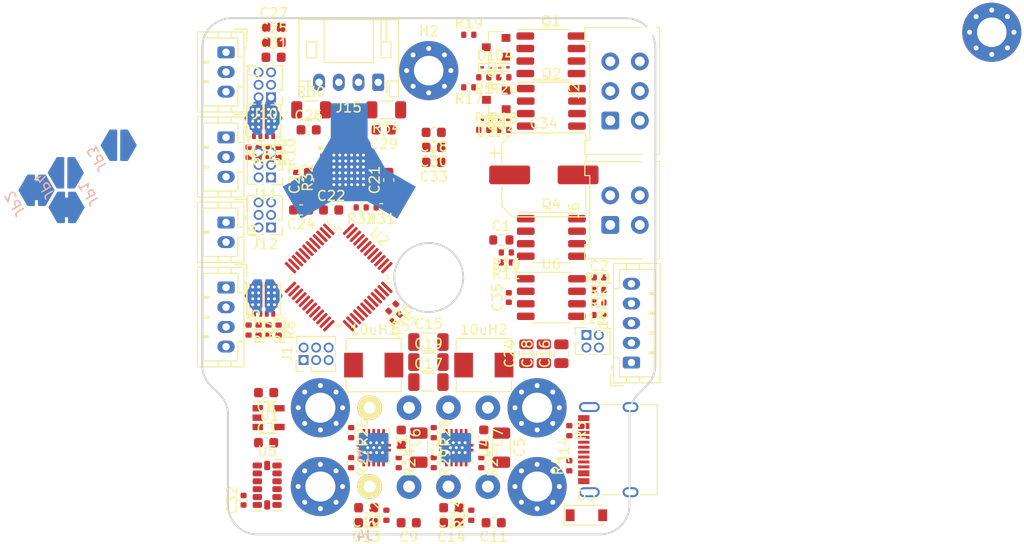
<source format=kicad_pcb>
(kicad_pcb (version 20171130) (host pcbnew "(5.1.10)-1")
  (layers (0 F.Cu signal) (1 In1.Cu signal) (2 In2.Cu signal) (31 B.Cu signal) (34 B.Paste user) (35 F.Paste user) (36 B.SilkS user) (37 F.SilkS user hide) (38 B.Mask user) (39 F.Mask user) (44 Edge.Cuts user))
  (net 0 "")
  (net 1 GND)
  (net 2 V_IN)
  (net 3 TOOL_ID)
  (net 4 FAN_1_V_OUT)
  (net 5 FAN_1_TACHO)
  (net 6 FAN_1_DRAIN)
  (net 7 FAN_2_V_OUT)
  (net 8 FAN_2_TACHO)
  (net 9 FAN_2_DRAIN)
  (net 10 LED_1_V_OUT)
  (net 11 LED_1_DRAIN)
  (net 12 HEATER_DRAIN)
  (net 13 STEP_1_B2)
  (net 14 STEP_1_B1)
  (net 15 STEP_1_A2)
  (net 16 STEP_1_A1)
  (net 17 IO_3_OUT)
  (net 18 IO_2_OUT)
  (net 19 IO_1_OUT)
  (net 20 5V)
  (net 21 "Net-(U1-Pad4)")
  (net 22 "Net-(IC1-Pad25)")
  (net 23 "Net-(IC1-Pad17)")
  (net 24 "Net-(IC1-Pad12)")
  (net 25 TMC_ENN)
  (net 26 3.3V)
  (net 27 TMC_DIR)
  (net 28 TMC_DIAG)
  (net 29 TMC_UART_RX)
  (net 30 TMC_STEP)
  (net 31 "Net-(Q3-Pad2)")
  (net 32 "Net-(Q3-Pad4)")
  (net 33 "Net-(Q4-Pad1)")
  (net 34 "Net-(Q5-Pad2)")
  (net 35 "Net-(Q6-Pad2)")
  (net 36 HEATER_GATE)
  (net 37 FAN_1_GATE)
  (net 38 FAN_2_GATE)
  (net 39 LED_1_GATE)
  (net 40 USBH_GATE)
  (net 41 ADXL_SCL)
  (net 42 ADXL_SDI)
  (net 43 ADXL_SDO)
  (net 44 "Net-(U2-Pad11)")
  (net 45 "Net-(U2-Pad10)")
  (net 46 "Net-(U2-Pad9)")
  (net 47 ADXL_INT1)
  (net 48 ADXL_CS)
  (net 49 ADXL_AREF)
  (net 50 "Net-(U2-Pad3)")
  (net 51 "Net-(D1-Pad2)")
  (net 52 "Net-(D1-Pad1)")
  (net 53 "Net-(D2-Pad2)")
  (net 54 "Net-(D2-Pad1)")
  (net 55 "Net-(D3-Pad2)")
  (net 56 DOCK_V_IN)
  (net 57 DOCK_GND)
  (net 58 "Net-(D4-Pad1)")
  (net 59 AREF)
  (net 60 THERM_1_PIN)
  (net 61 12V)
  (net 62 "Net-(10uH1-Pad1)")
  (net 63 "Net-(10uH2-Pad1)")
  (net 64 "Net-(U3-Pad8)")
  (net 65 "Net-(U4-Pad8)")
  (net 66 "Net-(C9-Pad2)")
  (net 67 "Net-(C10-Pad1)")
  (net 68 "Net-(C11-Pad2)")
  (net 69 "Net-(C12-Pad1)")
  (net 70 "Net-(C13-Pad1)")
  (net 71 "Net-(C14-Pad1)")
  (net 72 "Net-(C22-Pad1)")
  (net 73 "Net-(C23-Pad2)")
  (net 74 "Net-(C23-Pad1)")
  (net 75 "Net-(C24-Pad1)")
  (net 76 TMC_BRB)
  (net 77 TMC_BRA)
  (net 78 "Net-(J1-Pad6)")
  (net 79 "Net-(J1-Pad5)")
  (net 80 "Net-(J1-Pad4)")
  (net 81 "Net-(J1-Pad3)")
  (net 82 "Net-(J1-Pad2)")
  (net 83 "Net-(J1-Pad1)")
  (net 84 "Net-(J13-Pad3)")
  (net 85 "Net-(J13-Pad1)")
  (net 86 "Net-(J14-PadB8)")
  (net 87 "Net-(J14-PadA5)")
  (net 88 "Net-(J14-PadA8)")
  (net 89 "Net-(J14-PadB5)")
  (net 90 "Net-(Q5-Pad4)")
  (net 91 "Net-(Q7-Pad2)")
  (net 92 "Net-(R24-Pad2)")
  (net 93 "Net-(R25-Pad2)")
  (net 94 "Net-(R26-Pad2)")
  (net 95 "Net-(R28-Pad2)")
  (net 96 "Net-(U2-Pad48)")
  (net 97 "Net-(U2-Pad47)")
  (net 98 "Net-(U2-Pad44)")
  (net 99 "Net-(U2-Pad43)")
  (net 100 "Net-(U2-Pad42)")
  (net 101 "Net-(U2-Pad41)")
  (net 102 "Net-(U2-Pad40)")
  (net 103 "Net-(U2-Pad39)")
  (net 104 "Net-(U2-Pad38)")
  (net 105 "Net-(U2-Pad37)")
  (net 106 "Net-(U2-Pad36)")
  (net 107 "Net-(U2-Pad35)")
  (net 108 "Net-(U2-Pad34)")
  (net 109 "Net-(U2-Pad29)")
  (net 110 "Net-(U2-Pad28)")
  (net 111 "Net-(U2-Pad27)")
  (net 112 "Net-(U2-Pad26)")
  (net 113 "Net-(U2-Pad25)")
  (net 114 "Net-(U2-Pad24)")
  (net 115 "Net-(U2-Pad23)")
  (net 116 "Net-(U2-Pad20)")
  (net 117 "Net-(U2-Pad19)")
  (net 118 "Net-(U2-Pad18)")
  (net 119 "Net-(U2-Pad17)")
  (net 120 "Net-(U2-Pad16)")
  (net 121 "Net-(U2-Pad15)")
  (net 122 "Net-(U2-Pad14)")
  (net 123 "Net-(U2-Pad8)")
  (net 124 "Net-(U2-Pad7)")
  (net 125 "Net-(U2-Pad6)")
  (net 126 "Net-(U2-Pad5)")
  (net 127 "Net-(U2-Pad4)")
  (net 128 "Net-(U2-Pad2)")
  (net 129 "Net-(U2-Pad1)")
  (net 130 "Net-(U5-Pad11)")
  (net 131 "Net-(U5-Pad10)")
  (net 132 "Net-(U5-Pad9)")
  (net 133 "Net-(U5-Pad3)")
  (net 134 "Net-(D5-Pad2)")
  (net 135 "Net-(JP1-Pad2)")
  (net 136 "Net-(JP1-Pad1)")
  (net 137 "Net-(JP2-Pad2)")
  (net 138 "Net-(JP2-Pad1)")
  (net 139 "Net-(JP3-Pad2)")
  (net 140 "Net-(JP3-Pad1)")
  (net 141 "Net-(JP4-Pad2)")
  (net 142 "Net-(JP4-Pad1)")
  (net 143 THERM_1_OUT)
  (net 144 TOOL_DATA_L)
  (net 145 TOOL_DATA_H)
  (net 146 HOST_USB_D+)
  (net 147 HOST_USB_D-)
  (net 148 HOST_USB_DRAIN)
  (net 149 USB_D-)
  (net 150 USB_D+)
  (net 151 "Net-(J3-Pad2)")
  (net 152 "Net-(R35-Pad2)")
  (net 153 "Net-(R36-Pad2)")
  (net 154 CAN_TX)
  (net 155 CAN_RX)
  (net 156 USART_1_RX)
  (net 157 USART_1_TX)
  (net 158 USART_3_RX)
  (net 159 USART_3_TX)
  (net 160 USART_2_RX)
  (net 161 USART_2_TX)
  (net 162 TMC_UART_TX)
  (net 163 CAN_H)
  (net 164 CAN_L)
  (module ToolChanger:tmc_2209_VORTAC (layer F.Cu) (at 91.872 89.078)
    (fp_text reference IC1 hide)
    (fp_text value TMC2209-LA)
    (fp_poly (pts (xy 3.75 0.5) (xy 2.25 3) (xy -2.25 3) (xy -3.75 0.5) (xy -1.75 -3) (xy 1.75 -3)) (layer B.Cu) (width 0.1))
    (pad 29 thru_hole circle (at 0.3 1.5) (size 0.55 0.55) (drill 0.3) (layers *.Cu) (net 1 GND))
    (pad 29 thru_hole circle (at -0.3 1.5) (size 0.55 0.55) (drill 0.3) (layers *.Cu) (net 1 GND))
    (pad 29 thru_hole circle (at -0.9 1.5) (size 0.55 0.55) (drill 0.3) (layers *.Cu) (net 1 GND))
    (pad 29 thru_hole circle (at -1.5 1.5) (size 0.55 0.55) (drill 0.3) (layers *.Cu) (net 1 GND))
    (pad 29 thru_hole circle (at -1.5 0.9) (size 0.55 0.55) (drill 0.3) (layers *.Cu) (net 1 GND))
    (pad 29 thru_hole circle (at -0.9 0.9) (size 0.55 0.55) (drill 0.3) (layers *.Cu) (net 1 GND))
    (pad 29 thru_hole circle (at -0.3 0.9) (size 0.55 0.55) (drill 0.3) (layers *.Cu) (net 1 GND))
    (pad 29 thru_hole circle (at 0.3 0.9) (size 0.55 0.55) (drill 0.3) (layers *.Cu) (net 1 GND))
    (pad 29 thru_hole circle (at 0.9 1.5) (size 0.55 0.55) (drill 0.3) (layers *.Cu) (net 1 GND))
    (pad 29 thru_hole circle (at 1.5 1.5) (size 0.55 0.55) (drill 0.3) (layers *.Cu) (net 1 GND))
    (pad 29 thru_hole circle (at 0.9 0.9) (size 0.55 0.55) (drill 0.3) (layers *.Cu) (net 1 GND))
    (pad 29 thru_hole circle (at 1.5 0.9) (size 0.55 0.55) (drill 0.3) (layers *.Cu) (net 1 GND))
    (pad 29 thru_hole circle (at 1.5 0.3) (size 0.55 0.55) (drill 0.3) (layers *.Cu) (net 1 GND))
    (pad 29 thru_hole circle (at 0.9 0.3) (size 0.55 0.55) (drill 0.3) (layers *.Cu) (net 1 GND))
    (pad 29 thru_hole circle (at 0.3 0.3) (size 0.55 0.55) (drill 0.3) (layers *.Cu) (net 1 GND))
    (pad 29 thru_hole circle (at -0.3 0.3) (size 0.55 0.55) (drill 0.3) (layers *.Cu) (net 1 GND))
    (pad 29 thru_hole circle (at -0.9 0.3) (size 0.55 0.55) (drill 0.3) (layers *.Cu) (net 1 GND))
    (pad 29 thru_hole circle (at -1.5 0.3) (size 0.55 0.55) (drill 0.3) (layers *.Cu) (net 1 GND))
    (pad 29 thru_hole circle (at -0.9 -0.3) (size 0.55 0.55) (drill 0.3) (layers *.Cu) (net 1 GND))
    (pad 29 thru_hole circle (at -1.5 -0.3) (size 0.55 0.55) (drill 0.3) (layers *.Cu) (net 1 GND))
    (pad 29 thru_hole circle (at -0.3 -0.3) (size 0.55 0.55) (drill 0.3) (layers *.Cu) (net 1 GND))
    (pad 29 thru_hole circle (at 1.5 -0.3) (size 0.55 0.55) (drill 0.3) (layers *.Cu) (net 1 GND))
    (pad 29 thru_hole circle (at 0.9 -0.3) (size 0.55 0.55) (drill 0.3) (layers *.Cu) (net 1 GND))
    (pad 29 thru_hole circle (at 0.3 -0.3) (size 0.55 0.55) (drill 0.3) (layers *.Cu) (net 1 GND))
    (pad 29 thru_hole circle (at 1.5 -0.9) (size 0.55 0.55) (drill 0.3) (layers *.Cu) (net 1 GND))
    (pad 29 thru_hole circle (at 0.9 -0.9) (size 0.55 0.55) (drill 0.3) (layers *.Cu) (net 1 GND))
    (pad 29 thru_hole circle (at 0.3 -0.9) (size 0.55 0.55) (drill 0.3) (layers *.Cu) (net 1 GND))
    (pad 29 thru_hole circle (at -0.3 -0.9) (size 0.55 0.55) (drill 0.3) (layers *.Cu) (net 1 GND))
    (pad 29 thru_hole circle (at -0.9 -0.9) (size 0.55 0.55) (drill 0.3) (layers *.Cu) (net 1 GND))
    (pad 29 thru_hole circle (at -1.5 -0.9) (size 0.55 0.55) (drill 0.3) (layers *.Cu) (net 1 GND))
    (pad 29 thru_hole circle (at 0.3 -1.5) (size 0.55 0.55) (drill 0.3) (layers *.Cu) (net 1 GND))
    (pad 29 smd custom (at 0.04 -3.62) (size 2 2) (layers B.Cu B.Mask) (net 1 GND) (options (clearance outline) (anchor circle)) (primitives (gr_poly (pts (xy 2.83 3.61) (xy 1.32 3.61) (xy 2.06 6.11) (xy -2.04 6.11) (xy -2.06 6.78) (xy 1.86 6.78) (xy 4.89 8.53) (xy 6.74 5.33) (xy 3.29 3.34)) (width 0.05)) (gr_poly (pts (xy -1.83 0.38) (xy -3.68 3.58) (xy -6.71 5.33) (xy -4.86 8.53) (xy -0.96 6.28) (xy -2.54 3.55) (xy -1.46 3.55) (xy 0.15 6.33) (xy 1.07 6.33) (xy -1.98 1.05) (xy -0.91 1.05) (xy 2.13 6.32) (xy 1.99 4.47) (xy 0.02 1.05) (xy 1.09 1.05) (xy 2.64 3.74) (xy 3.8 3.74) (xy 1.86 0.38) (xy 1.86 -3.12) (xy -1.83 -3.12)) (width 0.05))))
    (pad "" smd roundrect (at -0.95 0.95) (size 1.7 1.7) (layers F.Cu F.Paste F.Mask) (roundrect_rratio 0.067))
    (pad "" smd roundrect (at 0.95 0.95) (size 1.7 1.7) (layers F.Cu F.Paste F.Mask) (roundrect_rratio 0.067))
    (pad "" smd roundrect (at 0.95 -0.95) (size 1.7 1.7) (layers F.Cu F.Paste F.Mask) (roundrect_rratio 0.067))
    (pad "" smd roundrect (at -0.95 -0.95) (size 1.7 1.7) (layers F.Cu F.Paste F.Mask) (roundrect_rratio 0.067))
    (pad 29 thru_hole circle (at -1.5 -1.5) (size 0.55 0.55) (drill 0.3) (layers *.Cu) (net 1 GND))
    (pad 29 thru_hole circle (at -0.9 -1.5) (size 0.55 0.55) (drill 0.3) (layers *.Cu) (net 1 GND))
    (pad 29 thru_hole circle (at -0.3 -1.5) (size 0.55 0.55) (drill 0.3) (layers *.Cu) (net 1 GND))
    (pad 29 thru_hole circle (at 1.5 -1.5) (size 0.55 0.55) (drill 0.3) (layers *.Cu) (net 1 GND))
    (pad 29 thru_hole circle (at 0.9 -1.5) (size 0.55 0.55) (drill 0.3) (layers *.Cu) (net 1 GND))
    (pad 3 smd roundrect (at -2.5 -0.5 90) (size 0.3 0.8) (layers F.Cu F.Paste F.Mask) (net 1 GND))
    (pad 18 smd roundrect (at 2.5 0 90) (size 0.3 0.8) (layers F.Cu F.Paste F.Mask) (net 1 GND))
    (pad 25 smd roundrect (at 0 -2.5) (size 0.3 0.8) (layers F.Cu F.Paste F.Mask) (net 22 "Net-(IC1-Pad25)"))
    (pad 6 smd roundrect (at -2.5 1 90) (size 0.3 0.8) (layers F.Cu F.Paste F.Mask) (net 75 "Net-(C24-Pad1)"))
    (pad 17 smd roundrect (at 2.5 0.5 90) (size 0.3 0.8) (layers F.Cu F.Paste F.Mask) (net 23 "Net-(IC1-Pad17)"))
    (pad 20 smd roundrect (at 2.5 -1 90) (size 0.3 0.8) (layers F.Cu F.Paste F.Mask) (net 1 GND))
    (pad 1 smd roundrect (at -2.5 -1.5 90) (size 0.3 0.8) (layers F.Cu F.Paste F.Mask) (net 13 STEP_1_B2))
    (pad 5 smd roundrect (at -2.5 0.5 90) (size 0.3 0.8) (layers F.Cu F.Paste F.Mask) (net 74 "Net-(C23-Pad1)"))
    (pad 7 smd roundrect (at -2.5 1.5 90) (size 0.3 0.8) (layers F.Cu F.Paste F.Mask) (net 1 GND))
    (pad 12 smd roundrect (at 0.5 2.5) (size 0.3 0.8) (layers F.Cu F.Paste F.Mask) (net 24 "Net-(IC1-Pad12)"))
    (pad 2 smd roundrect (at -2.5 -1 90) (size 0.3 0.8) (layers F.Cu F.Paste F.Mask) (net 25 TMC_ENN))
    (pad 15 smd roundrect (at 2.5 1.5 90) (size 0.3 0.8) (layers F.Cu F.Paste F.Mask) (net 26 3.3V))
    (pad 27 smd roundrect (at -1 -2.5) (size 0.3 0.8) (layers F.Cu F.Paste F.Mask) (net 76 TMC_BRB))
    (pad 19 smd roundrect (at 2.5 -0.5 90) (size 0.3 0.8) (layers F.Cu F.Paste F.Mask) (net 27 TMC_DIR))
    (pad 11 smd roundrect (at 0 2.5) (size 0.3 0.8) (layers F.Cu F.Paste F.Mask) (net 28 TMC_DIAG))
    (pad 10 smd roundrect (at -0.5 2.5) (size 0.3 0.8) (layers F.Cu F.Paste F.Mask) (net 1 GND))
    (pad 14 smd roundrect (at 1.5 2.5) (size 0.3 0.8) (layers F.Cu F.Paste F.Mask) (net 29 TMC_UART_RX))
    (pad 24 smd roundrect (at 0.5 -2.5) (size 0.3 0.8) (layers F.Cu F.Paste F.Mask) (net 16 STEP_1_A1))
    (pad 26 smd roundrect (at -0.5 -2.5) (size 0.3 0.8) (layers F.Cu F.Paste F.Mask) (net 14 STEP_1_B1))
    (pad 4 smd roundrect (at -2.5 0 90) (size 0.3 0.8) (layers F.Cu F.Paste F.Mask) (net 73 "Net-(C23-Pad2)"))
    (pad 13 smd roundrect (at 1 2.5) (size 0.3 0.8) (layers F.Cu F.Paste F.Mask) (net 1 GND))
    (pad 9 smd roundrect (at -1 2.5) (size 0.3 0.8) (layers F.Cu F.Paste F.Mask) (net 1 GND))
    (pad 8 smd roundrect (at -1.5 2.5) (size 0.3 0.8) (layers F.Cu F.Paste F.Mask) (net 72 "Net-(C22-Pad1)"))
    (pad 23 smd roundrect (at 1 -2.5) (size 0.3 0.8) (layers F.Cu F.Paste F.Mask) (net 77 TMC_BRA))
    (pad 28 smd roundrect (at -1.5 -2.5) (size 0.3 0.8) (layers F.Cu F.Paste F.Mask) (net 2 V_IN))
    (pad 16 smd roundrect (at 2.5 1 90) (size 0.3 0.8) (layers F.Cu F.Paste F.Mask) (net 30 TMC_STEP))
    (pad 21 smd roundrect (at 2.5 -1.5 90) (size 0.3 0.8) (layers F.Cu F.Paste F.Mask) (net 15 STEP_1_A2))
    (pad 22 smd roundrect (at 1.5 -2.5) (size 0.3 0.8) (layers F.Cu F.Paste F.Mask) (net 2 V_IN))
    (pad 29 smd roundrect (at 0 0) (size 3.8 3.8) (layers F.Cu F.Mask) (roundrect_rratio 0.026) (net 1 GND))
  )
  (module ToolChanger:VSON-10-1EP_3x3mm_P0.5mm_EP1.65x2.4mm_ThermalVias (layer F.Cu) (at 102.794 117.272 270)
    (fp_text reference U4 (at 0 -2.9 90) (layer F.SilkS))
    (fp_text value TPS54335ADRCR)
    (pad 11 thru_hole circle (at 0 0.6 270) (size 0.55 0.55) (drill 0.3) (layers *.Cu) (net 1 GND))
    (pad 11 thru_hole circle (at 0 0 270) (size 0.55 0.55) (drill 0.3) (layers *.Cu) (net 1 GND))
    (pad 11 thru_hole circle (at 0 -0.6 270) (size 0.55 0.55) (drill 0.3) (layers *.Cu) (net 1 GND))
    (pad 11 thru_hole circle (at 0.5 0.3 270) (size 0.55 0.55) (drill 0.3) (layers *.Cu) (net 1 GND))
    (pad 11 thru_hole circle (at 0.5 -0.3 270) (size 0.55 0.55) (drill 0.3) (layers *.Cu) (net 1 GND))
    (pad 11 thru_hole circle (at -0.5 0.3 270) (size 0.55 0.55) (drill 0.3) (layers *.Cu) (net 1 GND))
    (pad 11 thru_hole circle (at -0.5 -0.3 270) (size 0.55 0.55) (drill 0.3) (layers *.Cu) (net 1 GND))
    (pad 11 smd roundrect (at 0 0 270) (size 3 3) (layers B.Cu) (roundrect_rratio 0.05) (net 1 GND))
    (pad 11 thru_hole circle (at 0.5 0.9 270) (size 0.55 0.55) (drill 0.3) (layers *.Cu) (net 1 GND))
    (pad 11 thru_hole circle (at 0.5 -0.9 270) (size 0.55 0.55) (drill 0.3) (layers *.Cu) (net 1 GND))
    (pad 11 thru_hole circle (at -0.5 0.9 270) (size 0.55 0.55) (drill 0.3) (layers *.Cu) (net 1 GND))
    (pad 11 thru_hole circle (at -0.5 -0.9 270) (size 0.55 0.55) (drill 0.3) (layers *.Cu) (net 1 GND))
    (pad 11 smd roundrect (at 0.25 1.4 270) (size 0.28 0.7) (layers F.Cu F.Paste F.Mask) (net 1 GND))
    (pad 11 smd roundrect (at 0.25 -1.4 270) (size 0.28 0.7) (layers F.Cu F.Paste F.Mask) (net 1 GND))
    (pad 11 smd roundrect (at -0.25 1.4 270) (size 0.28 0.7) (layers F.Cu F.Paste F.Mask) (net 1 GND))
    (pad 11 smd roundrect (at -0.25 -1.4 270) (size 0.28 0.7) (layers F.Cu F.Paste F.Mask) (net 1 GND))
    (pad 11 smd roundrect (at 0 0 270) (size 1.65 2.5) (layers F.Cu F.Mask) (roundrect_rratio 0.05) (net 1 GND))
    (pad 10 smd roundrect (at 1.475 -1 270) (size 0.85 0.28) (layers F.Cu F.Paste F.Mask) (net 93 "Net-(R25-Pad2)"))
    (pad 9 smd roundrect (at 1.475 -0.5 270) (size 0.85 0.28) (layers F.Cu F.Paste F.Mask) (net 68 "Net-(C11-Pad2)"))
    (pad 8 smd roundrect (at 1.475 0 270) (size 0.85 0.28) (layers F.Cu F.Paste F.Mask) (net 65 "Net-(U4-Pad8)"))
    (pad 7 smd roundrect (at 1.475 0.5 270) (size 0.85 0.28) (layers F.Cu F.Paste F.Mask) (net 69 "Net-(C12-Pad1)"))
    (pad 6 smd roundrect (at 1.475 1 270) (size 0.85 0.28) (layers F.Cu F.Paste F.Mask) (net 95 "Net-(R28-Pad2)"))
    (pad 5 smd roundrect (at -1.475 1 270) (size 0.85 0.28) (layers F.Cu F.Paste F.Mask) (net 1 GND))
    (pad 4 smd roundrect (at -1.475 0.5 270) (size 0.85 0.28) (layers F.Cu F.Paste F.Mask) (net 1 GND))
    (pad 3 smd roundrect (at -1.475 0 270) (size 0.85 0.28) (layers F.Cu F.Paste F.Mask) (net 1 GND))
    (pad 2 smd roundrect (at -1.475 -0.5 270) (size 0.85 0.28) (layers F.Cu F.Paste F.Mask) (net 63 "Net-(10uH2-Pad1)"))
    (pad 1 smd roundrect (at -1.475 -1 270) (size 0.85 0.28) (layers F.Cu F.Paste F.Mask) (net 2 V_IN))
  )
  (module ToolChanger:VSON-10-1EP_3x3mm_P0.5mm_EP1.65x2.4mm_ThermalVias (layer F.Cu) (at 94.412 117.272 270)
    (fp_text reference U3 (at 0 -2.9 90) (layer F.SilkS))
    (fp_text value TPS54335ADRCR)
    (pad 11 thru_hole circle (at 0 0.6 270) (size 0.55 0.55) (drill 0.3) (layers *.Cu) (net 1 GND))
    (pad 11 thru_hole circle (at 0 0 270) (size 0.55 0.55) (drill 0.3) (layers *.Cu) (net 1 GND))
    (pad 11 thru_hole circle (at 0 -0.6 270) (size 0.55 0.55) (drill 0.3) (layers *.Cu) (net 1 GND))
    (pad 11 thru_hole circle (at 0.5 0.3 270) (size 0.55 0.55) (drill 0.3) (layers *.Cu) (net 1 GND))
    (pad 11 thru_hole circle (at 0.5 -0.3 270) (size 0.55 0.55) (drill 0.3) (layers *.Cu) (net 1 GND))
    (pad 11 thru_hole circle (at -0.5 0.3 270) (size 0.55 0.55) (drill 0.3) (layers *.Cu) (net 1 GND))
    (pad 11 thru_hole circle (at -0.5 -0.3 270) (size 0.55 0.55) (drill 0.3) (layers *.Cu) (net 1 GND))
    (pad 11 smd roundrect (at 0 0 270) (size 3 3) (layers B.Cu) (roundrect_rratio 0.05) (net 1 GND))
    (pad 11 thru_hole circle (at 0.5 0.9 270) (size 0.55 0.55) (drill 0.3) (layers *.Cu) (net 1 GND))
    (pad 11 thru_hole circle (at 0.5 -0.9 270) (size 0.55 0.55) (drill 0.3) (layers *.Cu) (net 1 GND))
    (pad 11 thru_hole circle (at -0.5 0.9 270) (size 0.55 0.55) (drill 0.3) (layers *.Cu) (net 1 GND))
    (pad 11 thru_hole circle (at -0.5 -0.9 270) (size 0.55 0.55) (drill 0.3) (layers *.Cu) (net 1 GND))
    (pad 11 smd roundrect (at 0.25 1.4 270) (size 0.28 0.7) (layers F.Cu F.Paste F.Mask) (net 1 GND))
    (pad 11 smd roundrect (at 0.25 -1.4 270) (size 0.28 0.7) (layers F.Cu F.Paste F.Mask) (net 1 GND))
    (pad 11 smd roundrect (at -0.25 1.4 270) (size 0.28 0.7) (layers F.Cu F.Paste F.Mask) (net 1 GND))
    (pad 11 smd roundrect (at -0.25 -1.4 270) (size 0.28 0.7) (layers F.Cu F.Paste F.Mask) (net 1 GND))
    (pad 11 smd roundrect (at 0 0 270) (size 1.65 2.5) (layers F.Cu F.Mask) (roundrect_rratio 0.05) (net 1 GND))
    (pad 10 smd roundrect (at 1.475 -1 270) (size 0.85 0.28) (layers F.Cu F.Paste F.Mask) (net 92 "Net-(R24-Pad2)"))
    (pad 9 smd roundrect (at 1.475 -0.5 270) (size 0.85 0.28) (layers F.Cu F.Paste F.Mask) (net 66 "Net-(C9-Pad2)"))
    (pad 8 smd roundrect (at 1.475 0 270) (size 0.85 0.28) (layers F.Cu F.Paste F.Mask) (net 64 "Net-(U3-Pad8)"))
    (pad 7 smd roundrect (at 1.475 0.5 270) (size 0.85 0.28) (layers F.Cu F.Paste F.Mask) (net 67 "Net-(C10-Pad1)"))
    (pad 6 smd roundrect (at 1.475 1 270) (size 0.85 0.28) (layers F.Cu F.Paste F.Mask) (net 94 "Net-(R26-Pad2)"))
    (pad 5 smd roundrect (at -1.475 1 270) (size 0.85 0.28) (layers F.Cu F.Paste F.Mask) (net 1 GND))
    (pad 4 smd roundrect (at -1.475 0.5 270) (size 0.85 0.28) (layers F.Cu F.Paste F.Mask) (net 1 GND))
    (pad 3 smd roundrect (at -1.475 0 270) (size 0.85 0.28) (layers F.Cu F.Paste F.Mask) (net 1 GND))
    (pad 2 smd roundrect (at -1.475 -0.5 270) (size 0.85 0.28) (layers F.Cu F.Paste F.Mask) (net 62 "Net-(10uH1-Pad1)"))
    (pad 1 smd roundrect (at -1.475 -1 270) (size 0.85 0.28) (layers F.Cu F.Paste F.Mask) (net 2 V_IN))
  )
  (module Connector_JST:JST_PH_B4B-PH-K_1x04_P2.00mm_Vertical (layer F.Cu) (at 79.426 101.016 270)
    (fp_text reference J5 (at 3 -2.9 90) (layer F.SilkS))
    (fp_text value USB_HOST)
    (pad 4 thru_hole oval (at 6 0 270) (size 1.2 1.75) (drill 0.75) (layers *.Cu *.Mask) (net 148 HOST_USB_DRAIN))
    (pad 3 thru_hole oval (at 4 0 270) (size 1.2 1.75) (drill 0.75) (layers *.Cu *.Mask) (net 147 HOST_USB_D-))
    (pad 2 thru_hole oval (at 2 0 270) (size 1.2 1.75) (drill 0.75) (layers *.Cu *.Mask) (net 146 HOST_USB_D+))
    (pad 1 thru_hole roundrect (at 0 0 270) (size 1.2 1.75) (drill 0.75) (layers *.Cu *.Mask) (roundrect_rratio 0.208333) (net 20 5V))
  )
  (module Connector_JST:JST_PH_S4B-PH-K_1x04_P2.00mm_Horizontal (layer F.Cu) (at 94.872 80.188 180)
    (fp_text reference J15 (at 3 -2.55) (layer F.SilkS))
    (fp_text value STEPPER)
    (pad 4 thru_hole oval (at 6 0 180) (size 1.2 1.75) (drill 0.75) (layers *.Cu *.Mask) (net 13 STEP_1_B2))
    (pad 3 thru_hole oval (at 4 0 180) (size 1.2 1.75) (drill 0.75) (layers *.Cu *.Mask) (net 14 STEP_1_B1))
    (pad 2 thru_hole oval (at 2 0 180) (size 1.2 1.75) (drill 0.75) (layers *.Cu *.Mask) (net 16 STEP_1_A1))
    (pad 1 thru_hole roundrect (at 0 0 180) (size 1.2 1.75) (drill 0.75) (layers *.Cu *.Mask) (roundrect_rratio 0.208333) (net 15 STEP_1_A2))
  )
  (module Connector_JST:JST_PH_B2B-PH-K_1x02_P2.00mm_Vertical (layer F.Cu) (at 79.426 94.412 270)
    (fp_text reference J9 (at 1 -2.9 90) (layer F.SilkS))
    (fp_text value LED)
    (pad 2 thru_hole oval (at 2 0 270) (size 1.2 1.75) (drill 0.75) (layers *.Cu *.Mask) (net 10 LED_1_V_OUT))
    (pad 1 thru_hole roundrect (at 0 0 270) (size 1.2 1.75) (drill 0.75) (layers *.Cu *.Mask) (roundrect_rratio 0.208333) (net 11 LED_1_DRAIN))
  )
  (module Connector_JST:JST_PH_B5B-PH-K_1x05_P2.00mm_Vertical (layer F.Cu) (at 120.574 108.636 90)
    (fp_text reference J16 (at 4 -2.9 90) (layer F.SilkS))
    (fp_text value IO)
    (pad 5 thru_hole oval (at 8 0 90) (size 1.2 1.75) (drill 0.75) (layers *.Cu *.Mask) (net 17 IO_3_OUT))
    (pad 4 thru_hole oval (at 6 0 90) (size 1.2 1.75) (drill 0.75) (layers *.Cu *.Mask) (net 18 IO_2_OUT))
    (pad 3 thru_hole oval (at 4 0 90) (size 1.2 1.75) (drill 0.75) (layers *.Cu *.Mask) (net 19 IO_1_OUT))
    (pad 2 thru_hole oval (at 2 0 90) (size 1.2 1.75) (drill 0.75) (layers *.Cu *.Mask) (net 1 GND))
    (pad 1 thru_hole roundrect (at 0 0 90) (size 1.2 1.75) (drill 0.75) (layers *.Cu *.Mask) (roundrect_rratio 0.208333) (net 20 5V))
  )
  (module Connector_JST:JST_PH_B3B-PH-K_1x03_P2.00mm_Vertical (layer F.Cu) (at 79.426 85.776 270)
    (fp_text reference J8 (at 2 -2.9 90) (layer F.SilkS))
    (fp_text value FAN_02)
    (pad 3 thru_hole oval (at 4 0 270) (size 1.2 1.75) (drill 0.75) (layers *.Cu *.Mask) (net 7 FAN_2_V_OUT))
    (pad 2 thru_hole oval (at 2 0 270) (size 1.2 1.75) (drill 0.75) (layers *.Cu *.Mask) (net 8 FAN_2_TACHO))
    (pad 1 thru_hole roundrect (at 0 0 270) (size 1.2 1.75) (drill 0.75) (layers *.Cu *.Mask) (roundrect_rratio 0.208333) (net 9 FAN_2_DRAIN))
  )
  (module Connector_JST:JST_PH_B3B-PH-K_1x03_P2.00mm_Vertical (layer F.Cu) (at 79.426 77.14 270)
    (fp_text reference J7 (at 2 -2.9 90) (layer F.SilkS))
    (fp_text value FAN_01)
    (pad 3 thru_hole oval (at 4 0 270) (size 1.2 1.75) (drill 0.75) (layers *.Cu *.Mask) (net 4 FAN_1_V_OUT))
    (pad 2 thru_hole oval (at 2 0 270) (size 1.2 1.75) (drill 0.75) (layers *.Cu *.Mask) (net 5 FAN_1_TACHO))
    (pad 1 thru_hole roundrect (at 0 0 270) (size 1.2 1.75) (drill 0.75) (layers *.Cu *.Mask) (roundrect_rratio 0.208333) (net 6 FAN_1_DRAIN))
  )
  (module ToolChanger:USB_C_Receptacle_XKB_U262-16XN-4BVC11 (layer F.Cu) (at 119.40588 117.47278 90)
    (fp_text reference J14 (at 0 -5.645 90) (layer F.SilkS))
    (fp_text value 918-418K2023S40001)
    (pad A12 smd rect (at 3.35 -3.67 90) (size 0.3 1.15) (layers F.Cu F.Paste F.Mask) (net 1 GND))
    (pad A9 smd rect (at 2.55 -3.67 90) (size 0.3 1.15) (layers F.Cu F.Paste F.Mask) (net 134 "Net-(D5-Pad2)"))
    (pad B9 smd rect (at -2.25 -3.67 90) (size 0.3 1.15) (layers F.Cu F.Paste F.Mask) (net 134 "Net-(D5-Pad2)"))
    (pad B12 smd rect (at -3.05 -3.67 90) (size 0.3 1.15) (layers F.Cu F.Paste F.Mask) (net 1 GND))
    (pad A1 smd rect (at -3.35 -3.67 90) (size 0.3 1.15) (layers F.Cu F.Paste F.Mask) (net 1 GND))
    (pad A4 smd rect (at -2.55 -3.67 90) (size 0.3 1.15) (layers F.Cu F.Paste F.Mask) (net 134 "Net-(D5-Pad2)"))
    (pad B8 smd rect (at -1.75 -3.67 90) (size 0.3 1.15) (layers F.Cu F.Paste F.Mask) (net 86 "Net-(J14-PadB8)"))
    (pad A5 smd rect (at -1.25 -3.67 90) (size 0.3 1.15) (layers F.Cu F.Paste F.Mask) (net 87 "Net-(J14-PadA5)"))
    (pad B7 smd rect (at -0.75 -3.67 90) (size 0.3 1.15) (layers F.Cu F.Paste F.Mask) (net 149 USB_D-))
    (pad A6 smd rect (at -0.25 -3.67 90) (size 0.3 1.15) (layers F.Cu F.Paste F.Mask) (net 150 USB_D+))
    (pad A7 smd rect (at 0.25 -3.67 90) (size 0.3 1.15) (layers F.Cu F.Paste F.Mask) (net 149 USB_D-))
    (pad B6 smd rect (at 0.75 -3.67 90) (size 0.3 1.15) (layers F.Cu F.Paste F.Mask) (net 150 USB_D+))
    (pad A8 smd rect (at 1.25 -3.67 90) (size 0.3 1.15) (layers F.Cu F.Paste F.Mask) (net 88 "Net-(J14-PadA8)"))
    (pad B5 smd rect (at 1.75 -3.67 90) (size 0.3 1.15) (layers F.Cu F.Paste F.Mask) (net 89 "Net-(J14-PadB5)"))
    (pad B4 smd rect (at 2.25 -3.67 90) (size 0.3 1.15) (layers F.Cu F.Paste F.Mask) (net 134 "Net-(D5-Pad2)"))
    (pad B1 smd rect (at 3.05 -3.67 90) (size 0.3 1.15) (layers F.Cu F.Paste F.Mask) (net 1 GND))
    (pad "" np_thru_hole circle (at -2.89 -2.605 90) (size 0.65 0.65) (drill 0.65) (layers *.Cu *.Mask))
    (pad "" np_thru_hole circle (at 2.89 -2.605 90) (size 0.65 0.65) (drill 0.65) (layers *.Cu *.Mask))
    (pad S1 thru_hole oval (at 4.32 1.075 90) (size 1 1.6) (drill oval 0.6 1.2) (layers *.Cu *.Mask) (net 1 GND))
    (pad S1 thru_hole oval (at -4.32 1.075 90) (size 1 1.6) (drill oval 0.6 1.2) (layers *.Cu *.Mask) (net 1 GND))
    (pad S1 thru_hole oval (at 4.32 -3.105 90) (size 1 2.1) (drill oval 0.6 1.7) (layers *.Cu *.Mask) (net 1 GND))
    (pad S1 thru_hole oval (at -4.32 -3.105 90) (size 1 2.1) (drill oval 0.6 1.7) (layers *.Cu *.Mask) (net 1 GND))
  )
  (module Package_QFP:LQFP-48_7x7mm_P0.5mm (layer F.Cu) (at 90.856 100 315)
    (fp_text reference U2 (at 0 -5.85 135) (layer F.SilkS))
    (fp_text value STM32F103C8Tx)
    (pad 48 smd roundrect (at -2.75 -4.1625 315) (size 0.3 1.475) (layers F.Cu F.Paste F.Mask) (net 96 "Net-(U2-Pad48)"))
    (pad 47 smd roundrect (at -2.25 -4.1625 315) (size 0.3 1.475) (layers F.Cu F.Paste F.Mask) (net 97 "Net-(U2-Pad47)"))
    (pad 46 smd roundrect (at -1.75 -4.1625 315) (size 0.3 1.475) (layers F.Cu F.Paste F.Mask) (net 154 CAN_TX))
    (pad 45 smd roundrect (at -1.25 -4.1625 315) (size 0.3 1.475) (layers F.Cu F.Paste F.Mask) (net 155 CAN_RX))
    (pad 44 smd roundrect (at -0.75 -4.1625 315) (size 0.3 1.475) (layers F.Cu F.Paste F.Mask) (net 98 "Net-(U2-Pad44)"))
    (pad 43 smd roundrect (at -0.25 -4.1625 315) (size 0.3 1.475) (layers F.Cu F.Paste F.Mask) (net 99 "Net-(U2-Pad43)"))
    (pad 42 smd roundrect (at 0.25 -4.1625 315) (size 0.3 1.475) (layers F.Cu F.Paste F.Mask) (net 100 "Net-(U2-Pad42)"))
    (pad 41 smd roundrect (at 0.75 -4.1625 315) (size 0.3 1.475) (layers F.Cu F.Paste F.Mask) (net 101 "Net-(U2-Pad41)"))
    (pad 40 smd roundrect (at 1.25 -4.1625 315) (size 0.3 1.475) (layers F.Cu F.Paste F.Mask) (net 102 "Net-(U2-Pad40)"))
    (pad 39 smd roundrect (at 1.75 -4.1625 315) (size 0.3 1.475) (layers F.Cu F.Paste F.Mask) (net 103 "Net-(U2-Pad39)"))
    (pad 38 smd roundrect (at 2.25 -4.1625 315) (size 0.3 1.475) (layers F.Cu F.Paste F.Mask) (net 104 "Net-(U2-Pad38)"))
    (pad 37 smd roundrect (at 2.75 -4.1625 315) (size 0.3 1.475) (layers F.Cu F.Paste F.Mask) (net 105 "Net-(U2-Pad37)"))
    (pad 36 smd roundrect (at 4.1625 -2.75 315) (size 1.475 0.3) (layers F.Cu F.Paste F.Mask) (net 106 "Net-(U2-Pad36)"))
    (pad 35 smd roundrect (at 4.1625 -2.25 315) (size 1.475 0.3) (layers F.Cu F.Paste F.Mask) (net 107 "Net-(U2-Pad35)"))
    (pad 34 smd roundrect (at 4.1625 -1.75 315) (size 1.475 0.3) (layers F.Cu F.Paste F.Mask) (net 108 "Net-(U2-Pad34)"))
    (pad 33 smd roundrect (at 4.1625 -1.25 315) (size 1.475 0.3) (layers F.Cu F.Paste F.Mask) (net 153 "Net-(R36-Pad2)"))
    (pad 32 smd roundrect (at 4.1625 -0.75 315) (size 1.475 0.3) (layers F.Cu F.Paste F.Mask) (net 152 "Net-(R35-Pad2)"))
    (pad 31 smd roundrect (at 4.1625 -0.25 315) (size 1.475 0.3) (layers F.Cu F.Paste F.Mask) (net 156 USART_1_RX))
    (pad 30 smd roundrect (at 4.1625 0.25 315) (size 1.475 0.3) (layers F.Cu F.Paste F.Mask) (net 157 USART_1_TX))
    (pad 29 smd roundrect (at 4.1625 0.75 315) (size 1.475 0.3) (layers F.Cu F.Paste F.Mask) (net 109 "Net-(U2-Pad29)"))
    (pad 28 smd roundrect (at 4.1625 1.25 315) (size 1.475 0.3) (layers F.Cu F.Paste F.Mask) (net 110 "Net-(U2-Pad28)"))
    (pad 27 smd roundrect (at 4.1625 1.75 315) (size 1.475 0.3) (layers F.Cu F.Paste F.Mask) (net 111 "Net-(U2-Pad27)"))
    (pad 26 smd roundrect (at 4.1625 2.25 315) (size 1.475 0.3) (layers F.Cu F.Paste F.Mask) (net 112 "Net-(U2-Pad26)"))
    (pad 25 smd roundrect (at 4.1625 2.75 315) (size 1.475 0.3) (layers F.Cu F.Paste F.Mask) (net 113 "Net-(U2-Pad25)"))
    (pad 24 smd roundrect (at 2.75 4.1625 315) (size 0.3 1.475) (layers F.Cu F.Paste F.Mask) (net 114 "Net-(U2-Pad24)"))
    (pad 23 smd roundrect (at 2.25 4.1625 315) (size 0.3 1.475) (layers F.Cu F.Paste F.Mask) (net 115 "Net-(U2-Pad23)"))
    (pad 22 smd roundrect (at 1.75 4.1625 315) (size 0.3 1.475) (layers F.Cu F.Paste F.Mask) (net 158 USART_3_RX))
    (pad 21 smd roundrect (at 1.25 4.1625 315) (size 0.3 1.475) (layers F.Cu F.Paste F.Mask) (net 159 USART_3_TX))
    (pad 20 smd roundrect (at 0.75 4.1625 315) (size 0.3 1.475) (layers F.Cu F.Paste F.Mask) (net 116 "Net-(U2-Pad20)"))
    (pad 19 smd roundrect (at 0.25 4.1625 315) (size 0.3 1.475) (layers F.Cu F.Paste F.Mask) (net 117 "Net-(U2-Pad19)"))
    (pad 18 smd roundrect (at -0.25 4.1625 315) (size 0.3 1.475) (layers F.Cu F.Paste F.Mask) (net 118 "Net-(U2-Pad18)"))
    (pad 17 smd roundrect (at -0.75 4.1625 315) (size 0.3 1.475) (layers F.Cu F.Paste F.Mask) (net 119 "Net-(U2-Pad17)"))
    (pad 16 smd roundrect (at -1.25 4.1625 315) (size 0.3 1.475) (layers F.Cu F.Paste F.Mask) (net 120 "Net-(U2-Pad16)"))
    (pad 15 smd roundrect (at -1.75 4.1625 315) (size 0.3 1.475) (layers F.Cu F.Paste F.Mask) (net 121 "Net-(U2-Pad15)"))
    (pad 14 smd roundrect (at -2.25 4.1625 315) (size 0.3 1.475) (layers F.Cu F.Paste F.Mask) (net 122 "Net-(U2-Pad14)"))
    (pad 13 smd roundrect (at -2.75 4.1625 315) (size 0.3 1.475) (layers F.Cu F.Paste F.Mask) (net 160 USART_2_RX))
    (pad 12 smd roundrect (at -4.1625 2.75 315) (size 1.475 0.3) (layers F.Cu F.Paste F.Mask) (net 161 USART_2_TX))
    (pad 11 smd roundrect (at -4.1625 2.25 315) (size 1.475 0.3) (layers F.Cu F.Paste F.Mask) (net 44 "Net-(U2-Pad11)"))
    (pad 10 smd roundrect (at -4.1625 1.75 315) (size 1.475 0.3) (layers F.Cu F.Paste F.Mask) (net 45 "Net-(U2-Pad10)"))
    (pad 9 smd roundrect (at -4.1625 1.25 315) (size 1.475 0.3) (layers F.Cu F.Paste F.Mask) (net 46 "Net-(U2-Pad9)"))
    (pad 8 smd roundrect (at -4.1625 0.75 315) (size 1.475 0.3) (layers F.Cu F.Paste F.Mask) (net 123 "Net-(U2-Pad8)"))
    (pad 7 smd roundrect (at -4.1625 0.25 315) (size 1.475 0.3) (layers F.Cu F.Paste F.Mask) (net 124 "Net-(U2-Pad7)"))
    (pad 6 smd roundrect (at -4.1625 -0.25 315) (size 1.475 0.3) (layers F.Cu F.Paste F.Mask) (net 125 "Net-(U2-Pad6)"))
    (pad 5 smd roundrect (at -4.1625 -0.75 315) (size 1.475 0.3) (layers F.Cu F.Paste F.Mask) (net 126 "Net-(U2-Pad5)"))
    (pad 4 smd roundrect (at -4.1625 -1.25 315) (size 1.475 0.3) (layers F.Cu F.Paste F.Mask) (net 127 "Net-(U2-Pad4)"))
    (pad 3 smd roundrect (at -4.1625 -1.75 315) (size 1.475 0.3) (layers F.Cu F.Paste F.Mask) (net 50 "Net-(U2-Pad3)"))
    (pad 2 smd roundrect (at -4.1625 -2.25 315) (size 1.475 0.3) (layers F.Cu F.Paste F.Mask) (net 128 "Net-(U2-Pad2)"))
    (pad 1 smd roundrect (at -4.1625 -2.75 315) (size 1.475 0.3) (layers F.Cu F.Paste F.Mask) (net 129 "Net-(U2-Pad1)"))
  )
  (module ToolChanger:MillMax-858-10-004-10-012000 (layer B.Cu) (at 100 121.21662)
    (fp_text reference J4 (at -6.5 5) (layer B.SilkS) (effects (justify mirror)))
    (fp_text value MillMax_004)
    (pad M2 thru_hole circle (at 8.75 0) (size 0.8 0.8) (drill 0.5) (layers *.Cu *.Mask) (net 1 GND))
    (pad M2 thru_hole circle (at 11 -2.25) (size 0.8 0.8) (drill 0.5) (layers *.Cu *.Mask) (net 1 GND))
    (pad M2 thru_hole circle (at 11 0) (size 6 6) (drill 3.05) (layers *.Cu *.Mask) (net 1 GND))
    (pad M2 thru_hole circle (at 11 2.25) (size 0.8 0.8) (drill 0.5) (layers *.Cu *.Mask) (net 1 GND))
    (pad M2 thru_hole circle (at 13.25 0) (size 0.8 0.8) (drill 0.5) (layers *.Cu *.Mask) (net 1 GND))
    (pad M2 thru_hole circle (at 9.40901 1.59099) (size 0.8 0.8) (drill 0.5) (layers *.Cu *.Mask) (net 1 GND))
    (pad M2 thru_hole circle (at 12.59099 -1.59099) (size 0.8 0.8) (drill 0.5) (layers *.Cu *.Mask) (net 1 GND))
    (pad M2 thru_hole circle (at 12.59099 1.59099) (size 0.8 0.8) (drill 0.5) (layers *.Cu *.Mask) (net 1 GND))
    (pad M2 thru_hole circle (at 9.40901 -1.59099) (size 0.8 0.8) (drill 0.5) (layers *.Cu *.Mask) (net 1 GND))
    (pad M1 thru_hole circle (at -12.59099 -1.59099) (size 0.8 0.8) (drill 0.5) (layers *.Cu *.Mask) (net 1 GND))
    (pad M1 thru_hole circle (at -9.40901 1.59099) (size 0.8 0.8) (drill 0.5) (layers *.Cu *.Mask) (net 1 GND))
    (pad M1 thru_hole circle (at -9.40901 -1.59099) (size 0.8 0.8) (drill 0.5) (layers *.Cu *.Mask) (net 1 GND))
    (pad M1 thru_hole circle (at -12.59099 1.59099) (size 0.8 0.8) (drill 0.5) (layers *.Cu *.Mask) (net 1 GND))
    (pad M1 thru_hole circle (at -8.75 0) (size 0.8 0.8) (drill 0.5) (layers *.Cu *.Mask) (net 1 GND))
    (pad M1 thru_hole circle (at -11 2.25) (size 0.8 0.8) (drill 0.5) (layers *.Cu *.Mask) (net 1 GND))
    (pad M1 thru_hole circle (at -13.25 0) (size 0.8 0.8) (drill 0.5) (layers *.Cu *.Mask) (net 1 GND))
    (pad M1 thru_hole circle (at -11 -2.25) (size 0.8 0.8) (drill 0.5) (layers *.Cu *.Mask) (net 1 GND))
    (pad M1 thru_hole circle (at -11 0) (size 6 6) (drill 3.05) (layers *.Cu *.Mask) (net 1 GND))
    (pad 4 thru_hole circle (at 6 0) (size 2.5 2.5) (drill 1.2) (layers *.Cu *.Mask) (net 144 TOOL_DATA_L))
    (pad 3 thru_hole circle (at 2 0) (size 2.5 2.5) (drill 1.2) (layers *.Cu *.Mask) (net 145 TOOL_DATA_H))
    (pad 2 thru_hole circle (at -2 0) (size 2.5 2.5) (drill 1.2) (layers *.Cu *.Mask) (net 146 HOST_USB_D+))
    (pad 1 thru_hole circle (at -6 0) (size 2.5 2.5) (drill 1.2) (layers *.Cu *.Mask F.SilkS) (net 147 HOST_USB_D-))
  )
  (module ToolChanger:MillMax-858-10-004-10-012000 (layer B.Cu) (at 100 113.21816)
    (fp_text reference J3 (at -6.5 5) (layer B.SilkS) (effects (justify mirror)))
    (fp_text value MillMax_004)
    (pad M2 thru_hole circle (at 8.75 0) (size 0.8 0.8) (drill 0.5) (layers *.Cu *.Mask) (net 1 GND))
    (pad M2 thru_hole circle (at 11 -2.25) (size 0.8 0.8) (drill 0.5) (layers *.Cu *.Mask) (net 1 GND))
    (pad M2 thru_hole circle (at 11 0) (size 6 6) (drill 3.05) (layers *.Cu *.Mask) (net 1 GND))
    (pad M2 thru_hole circle (at 11 2.25) (size 0.8 0.8) (drill 0.5) (layers *.Cu *.Mask) (net 1 GND))
    (pad M2 thru_hole circle (at 13.25 0) (size 0.8 0.8) (drill 0.5) (layers *.Cu *.Mask) (net 1 GND))
    (pad M2 thru_hole circle (at 9.40901 1.59099) (size 0.8 0.8) (drill 0.5) (layers *.Cu *.Mask) (net 1 GND))
    (pad M2 thru_hole circle (at 12.59099 -1.59099) (size 0.8 0.8) (drill 0.5) (layers *.Cu *.Mask) (net 1 GND))
    (pad M2 thru_hole circle (at 12.59099 1.59099) (size 0.8 0.8) (drill 0.5) (layers *.Cu *.Mask) (net 1 GND))
    (pad M2 thru_hole circle (at 9.40901 -1.59099) (size 0.8 0.8) (drill 0.5) (layers *.Cu *.Mask) (net 1 GND))
    (pad M1 thru_hole circle (at -12.59099 -1.59099) (size 0.8 0.8) (drill 0.5) (layers *.Cu *.Mask) (net 1 GND))
    (pad M1 thru_hole circle (at -9.40901 1.59099) (size 0.8 0.8) (drill 0.5) (layers *.Cu *.Mask) (net 1 GND))
    (pad M1 thru_hole circle (at -9.40901 -1.59099) (size 0.8 0.8) (drill 0.5) (layers *.Cu *.Mask) (net 1 GND))
    (pad M1 thru_hole circle (at -12.59099 1.59099) (size 0.8 0.8) (drill 0.5) (layers *.Cu *.Mask) (net 1 GND))
    (pad M1 thru_hole circle (at -8.75 0) (size 0.8 0.8) (drill 0.5) (layers *.Cu *.Mask) (net 1 GND))
    (pad M1 thru_hole circle (at -11 2.25) (size 0.8 0.8) (drill 0.5) (layers *.Cu *.Mask) (net 1 GND))
    (pad M1 thru_hole circle (at -13.25 0) (size 0.8 0.8) (drill 0.5) (layers *.Cu *.Mask) (net 1 GND))
    (pad M1 thru_hole circle (at -11 -2.25) (size 0.8 0.8) (drill 0.5) (layers *.Cu *.Mask) (net 1 GND))
    (pad M1 thru_hole circle (at -11 0) (size 6 6) (drill 3.05) (layers *.Cu *.Mask) (net 1 GND))
    (pad 4 thru_hole circle (at 6 0) (size 2.5 2.5) (drill 1.2) (layers *.Cu *.Mask) (net 1 GND))
    (pad 3 thru_hole circle (at 2 0) (size 2.5 2.5) (drill 1.2) (layers *.Cu *.Mask) (net 2 V_IN))
    (pad 2 thru_hole circle (at -2 0) (size 2.5 2.5) (drill 1.2) (layers *.Cu *.Mask) (net 151 "Net-(J3-Pad2)"))
    (pad 1 thru_hole circle (at -6 0) (size 2.5 2.5) (drill 1.2) (layers *.Cu *.Mask F.SilkS) (net 3 TOOL_ID))
  )
  (module ToolChanger:IRF9310PbF-1_SO-8 (layer F.Cu) (at 112.446 95.936)
    (fp_text reference Q4 (at 0 -3.4) (layer F.SilkS))
    (fp_text value Q_NMOS_GSD)
    (pad 3 smd roundrect (at 2.6 -1.905) (size 1.8 0.75) (layers F.Cu F.Paste F.Mask) (net 12 HEATER_DRAIN))
    (pad 3 smd roundrect (at 2.6 -0.635) (size 1.8 0.75) (layers F.Cu F.Paste F.Mask) (net 12 HEATER_DRAIN))
    (pad 3 smd roundrect (at 2.6 0.635) (size 1.8 0.75) (layers F.Cu F.Paste F.Mask) (net 12 HEATER_DRAIN))
    (pad 3 smd roundrect (at 2.6 1.905) (size 1.8 0.75) (layers F.Cu F.Paste F.Mask) (net 12 HEATER_DRAIN))
    (pad 1 smd roundrect (at -2.6 1.905) (size 1.8 0.75) (layers F.Cu F.Paste F.Mask) (net 33 "Net-(Q4-Pad1)"))
    (pad 2 smd roundrect (at -2.6 0.635) (size 1.8 0.75) (layers F.Cu F.Paste F.Mask) (net 1 GND))
    (pad 2 smd roundrect (at -2.6 -0.635) (size 1.8 0.75) (layers F.Cu F.Paste F.Mask) (net 1 GND))
    (pad 2 smd roundrect (at -2.6 -1.905) (size 1.8 0.75) (layers F.Cu F.Paste F.Mask) (net 1 GND))
  )
  (module Package_TO_SOT_SMD:SOT-23 (layer F.Cu) (at 106.842 76.632 180)
    (fp_text reference Q7 (at 0 -2.5) (layer F.SilkS))
    (fp_text value Q_NPN_BEC)
    (pad 3 smd rect (at 1 0 180) (size 0.9 0.8) (layers F.Cu F.Paste F.Mask) (net 52 "Net-(D1-Pad1)"))
    (pad 2 smd rect (at -1 0.95 180) (size 0.9 0.8) (layers F.Cu F.Paste F.Mask) (net 91 "Net-(Q7-Pad2)"))
    (pad 1 smd rect (at -1 -0.95 180) (size 0.9 0.8) (layers F.Cu F.Paste F.Mask) (net 58 "Net-(D4-Pad1)"))
  )
  (module Package_TO_SOT_SMD:SOT-23 (layer F.Cu) (at 106.858 81.966 180)
    (fp_text reference Q6 (at 0 -2.5) (layer F.SilkS))
    (fp_text value Q_PNP_BEC)
    (pad 3 smd rect (at 1 0 180) (size 0.9 0.8) (layers F.Cu F.Paste F.Mask) (net 53 "Net-(D2-Pad2)"))
    (pad 2 smd rect (at -1 0.95 180) (size 0.9 0.8) (layers F.Cu F.Paste F.Mask) (net 35 "Net-(Q6-Pad2)"))
    (pad 1 smd rect (at -1 -0.95 180) (size 0.9 0.8) (layers F.Cu F.Paste F.Mask) (net 55 "Net-(D3-Pad2)"))
  )
  (module ToolChanger:IRF9310PbF-1_SO-8 (layer F.Cu) (at 112.446 82.728)
    (fp_text reference Q2 (at 0 -3.4) (layer F.SilkS))
    (fp_text value Q_NMOS_GSD)
    (pad 3 smd roundrect (at 2.6 -1.905) (size 1.8 0.75) (layers F.Cu F.Paste F.Mask) (net 57 DOCK_GND))
    (pad 3 smd roundrect (at 2.6 -0.635) (size 1.8 0.75) (layers F.Cu F.Paste F.Mask) (net 57 DOCK_GND))
    (pad 3 smd roundrect (at 2.6 0.635) (size 1.8 0.75) (layers F.Cu F.Paste F.Mask) (net 57 DOCK_GND))
    (pad 3 smd roundrect (at 2.6 1.905) (size 1.8 0.75) (layers F.Cu F.Paste F.Mask) (net 57 DOCK_GND))
    (pad 1 smd roundrect (at -2.6 1.905) (size 1.8 0.75) (layers F.Cu F.Paste F.Mask) (net 53 "Net-(D2-Pad2)"))
    (pad 2 smd roundrect (at -2.6 0.635) (size 1.8 0.75) (layers F.Cu F.Paste F.Mask) (net 1 GND))
    (pad 2 smd roundrect (at -2.6 -0.635) (size 1.8 0.75) (layers F.Cu F.Paste F.Mask) (net 1 GND))
    (pad 2 smd roundrect (at -2.6 -1.905) (size 1.8 0.75) (layers F.Cu F.Paste F.Mask) (net 1 GND))
  )
  (module Resistor_SMD:R_0402_1005Metric (layer F.Cu) (at 114.27 115.548 270)
    (fp_text reference R3 (at 0 -1.17 90) (layer F.SilkS))
    (fp_text value 5.12K)
    (pad 2 smd roundrect (at 0.51 0 270) (size 0.54 0.64) (layers F.Cu F.Paste F.Mask) (net 89 "Net-(J14-PadB5)"))
    (pad 1 smd roundrect (at -0.51 0 270) (size 0.54 0.64) (layers F.Cu F.Paste F.Mask) (net 1 GND))
  )
  (module Resistor_SMD:R_0402_1005Metric (layer F.Cu) (at 114.27 119.108 90)
    (fp_text reference R4 (at 0 -1.17 90) (layer F.SilkS))
    (fp_text value 5.12K)
    (pad 2 smd roundrect (at 0.51 0 90) (size 0.54 0.64) (layers F.Cu F.Paste F.Mask) (net 87 "Net-(J14-PadA5)"))
    (pad 1 smd roundrect (at -0.51 0 90) (size 0.54 0.64) (layers F.Cu F.Paste F.Mask) (net 1 GND))
  )
  (module Resistor_SMD:R_0402_1005Metric (layer F.Cu) (at 82.728 87.3 270)
    (fp_text reference R9 (at 0 -1.17 90) (layer F.SilkS))
    (fp_text value 100R)
    (pad 2 smd roundrect (at 0.51 0 270) (size 0.54 0.64) (layers F.Cu F.Paste F.Mask) (net 38 FAN_2_GATE))
    (pad 1 smd roundrect (at -0.51 0 270) (size 0.54 0.64) (layers F.Cu F.Paste F.Mask) (net 34 "Net-(Q5-Pad2)"))
  )
  (module Resistor_SMD:R_0402_1005Metric (layer F.Cu) (at 84.76 87.3 270)
    (fp_text reference R10 (at 0 -1.17 90) (layer F.SilkS))
    (fp_text value 100R)
    (pad 2 smd roundrect (at 0.51 0 270) (size 0.54 0.64) (layers F.Cu F.Paste F.Mask) (net 37 FAN_1_GATE))
    (pad 1 smd roundrect (at -0.51 0 270) (size 0.54 0.64) (layers F.Cu F.Paste F.Mask) (net 90 "Net-(Q5-Pad4)"))
  )
  (module Resistor_SMD:R_0402_1005Metric (layer F.Cu) (at 82.728 105.334 270)
    (fp_text reference R7 (at 0 -1.17 90) (layer F.SilkS))
    (fp_text value 100R)
    (pad 2 smd roundrect (at 0.51 0 270) (size 0.54 0.64) (layers F.Cu F.Paste F.Mask) (net 40 USBH_GATE))
    (pad 1 smd roundrect (at -0.51 0 270) (size 0.54 0.64) (layers F.Cu F.Paste F.Mask) (net 31 "Net-(Q3-Pad2)"))
  )
  (module Resistor_SMD:R_0402_1005Metric (layer F.Cu) (at 84.76 105.334 270)
    (fp_text reference R8 (at 0 -1.17 90) (layer F.SilkS))
    (fp_text value 100R)
    (pad 2 smd roundrect (at 0.51 0 270) (size 0.54 0.64) (layers F.Cu F.Paste F.Mask) (net 39 LED_1_GATE))
    (pad 1 smd roundrect (at -0.51 0 270) (size 0.54 0.64) (layers F.Cu F.Paste F.Mask) (net 32 "Net-(Q3-Pad4)"))
  )
  (module Resistor_SMD:R_0402_1005Metric (layer F.Cu) (at 81.712 87.3 270)
    (fp_text reference R14 (at 0 -1.17 90) (layer F.SilkS))
    (fp_text value 10K)
    (pad 2 smd roundrect (at 0.51 0 270) (size 0.54 0.64) (layers F.Cu F.Paste F.Mask) (net 38 FAN_2_GATE))
    (pad 1 smd roundrect (at -0.51 0 270) (size 0.54 0.64) (layers F.Cu F.Paste F.Mask) (net 1 GND))
  )
  (module Resistor_SMD:R_0402_1005Metric (layer F.Cu) (at 83.744 87.3 270)
    (fp_text reference R15 (at 0 -1.17 90) (layer F.SilkS))
    (fp_text value 10K)
    (pad 2 smd roundrect (at 0.51 0 270) (size 0.54 0.64) (layers F.Cu F.Paste F.Mask) (net 37 FAN_1_GATE))
    (pad 1 smd roundrect (at -0.51 0 270) (size 0.54 0.64) (layers F.Cu F.Paste F.Mask) (net 1 GND))
  )
  (module Resistor_SMD:R_0402_1005Metric (layer F.Cu) (at 81.712 105.334 270)
    (fp_text reference R12 (at 0 -1.17 90) (layer F.SilkS))
    (fp_text value 10K)
    (pad 2 smd roundrect (at 0.51 0 270) (size 0.54 0.64) (layers F.Cu F.Paste F.Mask) (net 40 USBH_GATE))
    (pad 1 smd roundrect (at -0.51 0 270) (size 0.54 0.64) (layers F.Cu F.Paste F.Mask) (net 1 GND))
  )
  (module Resistor_SMD:R_0402_1005Metric (layer F.Cu) (at 83.744 105.334 270)
    (fp_text reference R13 (at 0 -1.17 90) (layer F.SilkS))
    (fp_text value 10K)
    (pad 2 smd roundrect (at 0.51 0 270) (size 0.54 0.64) (layers F.Cu F.Paste F.Mask) (net 39 LED_1_GATE))
    (pad 1 smd roundrect (at -0.51 0 270) (size 0.54 0.64) (layers F.Cu F.Paste F.Mask) (net 1 GND))
  )
  (module Resistor_SMD:R_0402_1005Metric (layer F.Cu) (at 107.874 98.476 180)
    (fp_text reference R11 (at 0 -1.17) (layer F.SilkS))
    (fp_text value 100R)
    (pad 2 smd roundrect (at 0.51 0 180) (size 0.54 0.64) (layers F.Cu F.Paste F.Mask) (net 36 HEATER_GATE))
    (pad 1 smd roundrect (at -0.51 0 180) (size 0.54 0.64) (layers F.Cu F.Paste F.Mask) (net 33 "Net-(Q4-Pad1)"))
  )
  (module Resistor_SMD:R_0402_1005Metric (layer F.Cu) (at 107.874 97.46 180)
    (fp_text reference R16 (at 0 -1.17) (layer F.SilkS))
    (fp_text value 10K)
    (pad 2 smd roundrect (at 0.51 0 180) (size 0.54 0.64) (layers F.Cu F.Paste F.Mask) (net 36 HEATER_GATE))
    (pad 1 smd roundrect (at -0.51 0 180) (size 0.54 0.64) (layers F.Cu F.Paste F.Mask) (net 1 GND))
  )
  (module ToolChanger:Molex_Micro-Fit_3.0_43045-0612_2x03_P3.00mm_Vertical (layer F.Cu) (at 118.42744 84.06938 90)
    (fp_text reference J2 (at 3 -3.67 90) (layer F.SilkS))
    (fp_text value "Molex Micro Fit 3.0")
    (pad 6 thru_hole circle (at 6 3 90) (size 1.8 1.8) (drill 1) (layers *.Cu *.Mask) (net 3 TOOL_ID))
    (pad 5 thru_hole circle (at 3 3 90) (size 1.8 1.8) (drill 1) (layers *.Cu *.Mask) (net 145 TOOL_DATA_H))
    (pad 4 thru_hole circle (at 0 3 90) (size 1.8 1.8) (drill 1) (layers *.Cu *.Mask) (net 144 TOOL_DATA_L))
    (pad 3 thru_hole circle (at 6 0 90) (size 1.8 1.8) (drill 1) (layers *.Cu *.Mask) (net 56 DOCK_V_IN))
    (pad 2 thru_hole circle (at 3 0 90) (size 1.8 1.8) (drill 1) (layers *.Cu *.Mask) (net 57 DOCK_GND))
    (pad 1 thru_hole roundrect (at 0 0 90) (size 1.8 1.8) (drill 1) (layers *.Cu *.Mask) (roundrect_rratio 0.167) (net 1 GND))
    (pad "" np_thru_hole circle (at 9 3.94 90) (size 1 1) (drill 1) (layers *.Cu *.Mask))
    (pad "" np_thru_hole circle (at -3 3.94 90) (size 1 1) (drill 1) (layers *.Cu *.Mask))
  )
  (module ToolChanger:IRF9310PbF-1_SO-8 (layer F.Cu) (at 112.4 77.394)
    (fp_text reference Q1 (at 0 -3.4) (layer F.SilkS))
    (fp_text value Q_PMOS_GSD)
    (pad 3 smd roundrect (at 2.6 -1.905) (size 1.8 0.75) (layers F.Cu F.Paste F.Mask) (net 56 DOCK_V_IN))
    (pad 3 smd roundrect (at 2.6 -0.635) (size 1.8 0.75) (layers F.Cu F.Paste F.Mask) (net 56 DOCK_V_IN))
    (pad 3 smd roundrect (at 2.6 0.635) (size 1.8 0.75) (layers F.Cu F.Paste F.Mask) (net 56 DOCK_V_IN))
    (pad 3 smd roundrect (at 2.6 1.905) (size 1.8 0.75) (layers F.Cu F.Paste F.Mask) (net 56 DOCK_V_IN))
    (pad 1 smd roundrect (at -2.6 1.905) (size 1.8 0.75) (layers F.Cu F.Paste F.Mask) (net 52 "Net-(D1-Pad1)"))
    (pad 2 smd roundrect (at -2.6 0.635) (size 1.8 0.75) (layers F.Cu F.Paste F.Mask) (net 2 V_IN))
    (pad 2 smd roundrect (at -2.6 -0.635) (size 1.8 0.75) (layers F.Cu F.Paste F.Mask) (net 2 V_IN))
    (pad 2 smd roundrect (at -2.6 -1.905) (size 1.8 0.75) (layers F.Cu F.Paste F.Mask) (net 2 V_IN))
  )
  (module Resistor_SMD:R_0402_1005Metric (layer F.Cu) (at 105.588 79.68 180)
    (fp_text reference R5 (at 0 -1.17) (layer F.SilkS))
    (fp_text value 100K)
    (pad 2 smd roundrect (at 0.51 0 180) (size 0.54 0.64) (layers F.Cu F.Paste F.Mask) (net 51 "Net-(D1-Pad2)"))
    (pad 1 smd roundrect (at -0.51 0 180) (size 0.54 0.64) (layers F.Cu F.Paste F.Mask) (net 2 V_IN))
  )
  (module Resistor_SMD:R_0402_1005Metric (layer F.Cu) (at 105.588 85.014)
    (fp_text reference R6 (at 0 -1.17) (layer F.SilkS))
    (fp_text value 100K)
    (pad 2 smd roundrect (at 0.51 0) (size 0.54 0.64) (layers F.Cu F.Paste F.Mask) (net 1 GND))
    (pad 1 smd roundrect (at -0.51 0) (size 0.54 0.64) (layers F.Cu F.Paste F.Mask) (net 54 "Net-(D2-Pad1)"))
  )
  (module Resistor_SMD:R_0402_1005Metric (layer F.Cu) (at 104.066 80.696 180)
    (fp_text reference R17 (at 0 -1.17) (layer F.SilkS))
    (fp_text value 100K)
    (pad 2 smd roundrect (at 0.51 0 180) (size 0.54 0.64) (layers F.Cu F.Paste F.Mask) (net 35 "Net-(Q6-Pad2)"))
    (pad 1 smd roundrect (at -0.51 0 180) (size 0.54 0.64) (layers F.Cu F.Paste F.Mask) (net 56 DOCK_V_IN))
  )
  (module Resistor_SMD:R_0402_1005Metric (layer F.Cu) (at 107.62 85.014)
    (fp_text reference R18 (at 0 -1.17) (layer F.SilkS))
    (fp_text value 100K)
    (pad 2 smd roundrect (at 0.51 0) (size 0.54 0.64) (layers F.Cu F.Paste F.Mask) (net 57 DOCK_GND))
    (pad 1 smd roundrect (at -0.51 0) (size 0.54 0.64) (layers F.Cu F.Paste F.Mask) (net 55 "Net-(D3-Pad2)"))
  )
  (module Resistor_SMD:R_0402_1005Metric (layer F.Cu) (at 104.064 75.362)
    (fp_text reference R19 (at 0 -1.17) (layer F.SilkS))
    (fp_text value 100K)
    (pad 2 smd roundrect (at 0.51 0) (size 0.54 0.64) (layers F.Cu F.Paste F.Mask) (net 57 DOCK_GND))
    (pad 1 smd roundrect (at -0.51 0) (size 0.54 0.64) (layers F.Cu F.Paste F.Mask) (net 91 "Net-(Q7-Pad2)"))
  )
  (module Resistor_SMD:R_0402_1005Metric (layer F.Cu) (at 107.62 79.68 180)
    (fp_text reference R20 (at 0 -1.17) (layer F.SilkS))
    (fp_text value 100K)
    (pad 2 smd roundrect (at 0.51 0 180) (size 0.54 0.64) (layers F.Cu F.Paste F.Mask) (net 58 "Net-(D4-Pad1)"))
    (pad 1 smd roundrect (at -0.51 0 180) (size 0.54 0.64) (layers F.Cu F.Paste F.Mask) (net 56 DOCK_V_IN))
  )
  (module ToolChanger:Molex_Micro-Fit_3.0_43045-0412_2x02_P3.00mm_Vertical (layer F.Cu) (at 118.42236 94.666 90)
    (fp_text reference J6 (at 1.5 -3.67 90) (layer F.SilkS))
    (fp_text value HOTEND)
    (pad 4 thru_hole circle (at 3 3 90) (size 1.8 1.8) (drill 1) (layers *.Cu *.Mask) (net 1 GND))
    (pad 3 thru_hole circle (at 0 3 90) (size 1.8 1.8) (drill 1) (layers *.Cu *.Mask) (net 143 THERM_1_OUT))
    (pad 2 thru_hole circle (at 3 0 90) (size 1.8 1.8) (drill 1) (layers *.Cu *.Mask) (net 2 V_IN))
    (pad 1 thru_hole roundrect (at 0 0 90) (size 1.8 1.8) (drill 1) (layers *.Cu *.Mask) (roundrect_rratio 0.167) (net 12 HEATER_DRAIN))
    (pad "" np_thru_hole circle (at 6 3.94 90) (size 1 1) (drill 1) (layers *.Cu *.Mask))
    (pad "" np_thru_hole circle (at -3 3.94 90) (size 1 1) (drill 1) (layers *.Cu *.Mask))
  )
  (module Connector_PinHeader_1.27mm:PinHeader_2x03_P1.27mm_Vertical (layer F.Cu) (at 83.998 81.712 180)
    (fp_text reference J10 (at 0.635 -1.695) (layer F.SilkS))
    (fp_text value FAN_01_V)
    (pad 6 thru_hole oval (at 1.27 2.54 180) (size 1 1) (drill 0.65) (layers *.Cu *.Mask) (net 4 FAN_1_V_OUT))
    (pad 5 thru_hole oval (at 0 2.54 180) (size 1 1) (drill 0.65) (layers *.Cu *.Mask) (net 20 5V))
    (pad 4 thru_hole oval (at 1.27 1.27 180) (size 1 1) (drill 0.65) (layers *.Cu *.Mask) (net 4 FAN_1_V_OUT))
    (pad 3 thru_hole oval (at 0 1.27 180) (size 1 1) (drill 0.65) (layers *.Cu *.Mask) (net 61 12V))
    (pad 2 thru_hole oval (at 1.27 0 180) (size 1 1) (drill 0.65) (layers *.Cu *.Mask) (net 4 FAN_1_V_OUT))
    (pad 1 thru_hole rect (at 0 0 180) (size 1 1) (drill 0.65) (layers *.Cu *.Mask) (net 2 V_IN))
  )
  (module Connector_PinHeader_1.27mm:PinHeader_2x03_P1.27mm_Vertical (layer F.Cu) (at 83.998 89.84 180)
    (fp_text reference J11 (at 0.635 -1.695) (layer F.SilkS))
    (fp_text value FAN_02_V)
    (pad 6 thru_hole oval (at 1.27 2.54 180) (size 1 1) (drill 0.65) (layers *.Cu *.Mask) (net 7 FAN_2_V_OUT))
    (pad 5 thru_hole oval (at 0 2.54 180) (size 1 1) (drill 0.65) (layers *.Cu *.Mask) (net 20 5V))
    (pad 4 thru_hole oval (at 1.27 1.27 180) (size 1 1) (drill 0.65) (layers *.Cu *.Mask) (net 7 FAN_2_V_OUT))
    (pad 3 thru_hole oval (at 0 1.27 180) (size 1 1) (drill 0.65) (layers *.Cu *.Mask) (net 61 12V))
    (pad 2 thru_hole oval (at 1.27 0 180) (size 1 1) (drill 0.65) (layers *.Cu *.Mask) (net 7 FAN_2_V_OUT))
    (pad 1 thru_hole rect (at 0 0 180) (size 1 1) (drill 0.65) (layers *.Cu *.Mask) (net 2 V_IN))
  )
  (module Connector_PinHeader_1.27mm:PinHeader_2x03_P1.27mm_Vertical (layer F.Cu) (at 83.998 94.92 180)
    (fp_text reference J12 (at 0.635 -1.695) (layer F.SilkS))
    (fp_text value LED_V)
    (pad 6 thru_hole oval (at 1.27 2.54 180) (size 1 1) (drill 0.65) (layers *.Cu *.Mask) (net 10 LED_1_V_OUT))
    (pad 5 thru_hole oval (at 0 2.54 180) (size 1 1) (drill 0.65) (layers *.Cu *.Mask) (net 20 5V))
    (pad 4 thru_hole oval (at 1.27 1.27 180) (size 1 1) (drill 0.65) (layers *.Cu *.Mask) (net 10 LED_1_V_OUT))
    (pad 3 thru_hole oval (at 0 1.27 180) (size 1 1) (drill 0.65) (layers *.Cu *.Mask) (net 61 12V))
    (pad 2 thru_hole oval (at 1.27 0 180) (size 1 1) (drill 0.65) (layers *.Cu *.Mask) (net 10 LED_1_V_OUT))
    (pad 1 thru_hole rect (at 0 0 180) (size 1 1) (drill 0.65) (layers *.Cu *.Mask) (net 2 V_IN))
  )
  (module Connector_PinHeader_1.27mm:PinHeader_2x02_P1.27mm_Vertical (layer F.Cu) (at 116.002 105.842)
    (fp_text reference J13 (at 0.635 -1.695) (layer F.SilkS))
    (fp_text value THERM_R)
    (pad 4 thru_hole oval (at 1.27 1.27) (size 1 1) (drill 0.65) (layers *.Cu *.Mask) (net 59 AREF))
    (pad 3 thru_hole oval (at 0 1.27) (size 1 1) (drill 0.65) (layers *.Cu *.Mask) (net 84 "Net-(J13-Pad3)"))
    (pad 2 thru_hole oval (at 1.27 0) (size 1 1) (drill 0.65) (layers *.Cu *.Mask) (net 59 AREF))
    (pad 1 thru_hole rect (at 0 0) (size 1 1) (drill 0.65) (layers *.Cu *.Mask) (net 85 "Net-(J13-Pad1)"))
  )
  (module Connector_PinHeader_1.27mm:PinHeader_2x03_P1.27mm_Vertical (layer F.Cu) (at 87.3 108.382 90)
    (fp_text reference J1 (at 0.635 -1.695 90) (layer F.SilkS))
    (fp_text value DEBUG)
    (pad 6 thru_hole oval (at 1.27 2.54 90) (size 1 1) (drill 0.65) (layers *.Cu *.Mask) (net 78 "Net-(J1-Pad6)"))
    (pad 5 thru_hole oval (at 0 2.54 90) (size 1 1) (drill 0.65) (layers *.Cu *.Mask) (net 79 "Net-(J1-Pad5)"))
    (pad 4 thru_hole oval (at 1.27 1.27 90) (size 1 1) (drill 0.65) (layers *.Cu *.Mask) (net 80 "Net-(J1-Pad4)"))
    (pad 3 thru_hole oval (at 0 1.27 90) (size 1 1) (drill 0.65) (layers *.Cu *.Mask) (net 81 "Net-(J1-Pad3)"))
    (pad 2 thru_hole oval (at 1.27 0 90) (size 1 1) (drill 0.65) (layers *.Cu *.Mask) (net 82 "Net-(J1-Pad2)"))
    (pad 1 thru_hole rect (at 0 0 90) (size 1 1) (drill 0.65) (layers *.Cu *.Mask) (net 83 "Net-(J1-Pad1)"))
  )
  (module Resistor_SMD:R_0402_1005Metric (layer F.Cu) (at 117.272 103.81)
    (fp_text reference R1 (at 0 -1.17) (layer F.SilkS))
    (fp_text value "1K .1%")
    (pad 2 smd roundrect (at 0.51 0) (size 0.54 0.64) (layers F.Cu F.Paste F.Mask) (net 60 THERM_1_PIN))
    (pad 1 smd roundrect (at -0.51 0) (size 0.54 0.64) (layers F.Cu F.Paste F.Mask) (net 85 "Net-(J13-Pad1)"))
  )
  (module Resistor_SMD:R_0402_1005Metric (layer F.Cu) (at 117.272 102.54)
    (fp_text reference R2 (at 0 -1.17) (layer F.SilkS))
    (fp_text value "4.7K .1%")
    (pad 2 smd roundrect (at 0.51 0) (size 0.54 0.64) (layers F.Cu F.Paste F.Mask) (net 60 THERM_1_PIN))
    (pad 1 smd roundrect (at -0.51 0) (size 0.54 0.64) (layers F.Cu F.Paste F.Mask) (net 84 "Net-(J13-Pad3)"))
  )
  (module Resistor_SMD:R_0402_1005Metric (layer F.Cu) (at 117.272 101.27)
    (fp_text reference R21 (at 0 -1.17) (layer F.SilkS))
    (fp_text value 10K)
    (pad 2 smd roundrect (at 0.51 0) (size 0.54 0.64) (layers F.Cu F.Paste F.Mask) (net 60 THERM_1_PIN))
    (pad 1 smd roundrect (at -0.51 0) (size 0.54 0.64) (layers F.Cu F.Paste F.Mask) (net 143 THERM_1_OUT))
  )
  (module Diode_SMD:D_SOD-923 (layer F.Cu) (at 105.842 78.664)
    (fp_text reference D1 (at 0 -1.2) (layer F.SilkS))
    (fp_text value D)
    (pad 2 smd rect (at 0.42 0 180) (size 0.36 0.25) (layers F.Cu F.Paste F.Mask) (net 51 "Net-(D1-Pad2)"))
    (pad 1 smd rect (at -0.42 0 180) (size 0.36 0.25) (layers F.Cu F.Paste F.Mask) (net 52 "Net-(D1-Pad1)"))
  )
  (module Diode_SMD:D_SOD-923 (layer F.Cu) (at 105.842 83.998 180)
    (fp_text reference D2 (at 0 -1.2) (layer F.SilkS))
    (fp_text value D)
    (pad 2 smd rect (at 0.42 0) (size 0.36 0.25) (layers F.Cu F.Paste F.Mask) (net 53 "Net-(D2-Pad2)"))
    (pad 1 smd rect (at -0.42 0) (size 0.36 0.25) (layers F.Cu F.Paste F.Mask) (net 54 "Net-(D2-Pad1)"))
  )
  (module Diode_SMD:D_SOD-923 (layer F.Cu) (at 107.62 83.998 180)
    (fp_text reference D3 (at 0 -1.2) (layer F.SilkS))
    (fp_text value D)
    (pad 2 smd rect (at 0.42 0) (size 0.36 0.25) (layers F.Cu F.Paste F.Mask) (net 55 "Net-(D3-Pad2)"))
    (pad 1 smd rect (at -0.42 0) (size 0.36 0.25) (layers F.Cu F.Paste F.Mask) (net 56 DOCK_V_IN))
  )
  (module Diode_SMD:D_SOD-923 (layer F.Cu) (at 107.62 78.664)
    (fp_text reference D4 (at 0 -1.2) (layer F.SilkS))
    (fp_text value D)
    (pad 2 smd rect (at 0.42 0 180) (size 0.36 0.25) (layers F.Cu F.Paste F.Mask) (net 57 DOCK_GND))
    (pad 1 smd rect (at -0.42 0 180) (size 0.36 0.25) (layers F.Cu F.Paste F.Mask) (net 58 "Net-(D4-Pad1)"))
  )
  (module MountingHole:MountingHole_3mm_Pad_Via (layer F.Cu) (at 157.15 75.108)
    (fp_text reference H1 (at 0 -4) (layer F.SilkS))
    (fp_text value M3)
    (pad 1 thru_hole circle (at 1.59099 -1.59099) (size 0.8 0.8) (drill 0.5) (layers *.Cu *.Mask) (net 1 GND))
    (pad 1 thru_hole circle (at 0 -2.25) (size 0.8 0.8) (drill 0.5) (layers *.Cu *.Mask) (net 1 GND))
    (pad 1 thru_hole circle (at -1.59099 -1.59099) (size 0.8 0.8) (drill 0.5) (layers *.Cu *.Mask) (net 1 GND))
    (pad 1 thru_hole circle (at -2.25 0) (size 0.8 0.8) (drill 0.5) (layers *.Cu *.Mask) (net 1 GND))
    (pad 1 thru_hole circle (at -1.59099 1.59099) (size 0.8 0.8) (drill 0.5) (layers *.Cu *.Mask) (net 1 GND))
    (pad 1 thru_hole circle (at 0 2.25) (size 0.8 0.8) (drill 0.5) (layers *.Cu *.Mask) (net 1 GND))
    (pad 1 thru_hole circle (at 1.59099 1.59099) (size 0.8 0.8) (drill 0.5) (layers *.Cu *.Mask) (net 1 GND))
    (pad 1 thru_hole circle (at 2.25 0) (size 0.8 0.8) (drill 0.5) (layers *.Cu *.Mask) (net 1 GND))
    (pad 1 thru_hole circle (at 0 0) (size 6 6) (drill 3) (layers *.Cu *.Mask) (net 1 GND))
  )
  (module MountingHole:MountingHole_3mm_Pad_Via (layer F.Cu) (at 100 79)
    (fp_text reference H2 (at 0 -4) (layer F.SilkS))
    (fp_text value M3)
    (pad 1 thru_hole circle (at 1.59099 -1.59099) (size 0.8 0.8) (drill 0.5) (layers *.Cu *.Mask) (net 1 GND))
    (pad 1 thru_hole circle (at 0 -2.25) (size 0.8 0.8) (drill 0.5) (layers *.Cu *.Mask) (net 1 GND))
    (pad 1 thru_hole circle (at -1.59099 -1.59099) (size 0.8 0.8) (drill 0.5) (layers *.Cu *.Mask) (net 1 GND))
    (pad 1 thru_hole circle (at -2.25 0) (size 0.8 0.8) (drill 0.5) (layers *.Cu *.Mask) (net 1 GND))
    (pad 1 thru_hole circle (at -1.59099 1.59099) (size 0.8 0.8) (drill 0.5) (layers *.Cu *.Mask) (net 1 GND))
    (pad 1 thru_hole circle (at 0 2.25) (size 0.8 0.8) (drill 0.5) (layers *.Cu *.Mask) (net 1 GND))
    (pad 1 thru_hole circle (at 1.59099 1.59099) (size 0.8 0.8) (drill 0.5) (layers *.Cu *.Mask) (net 1 GND))
    (pad 1 thru_hole circle (at 2.25 0) (size 0.8 0.8) (drill 0.5) (layers *.Cu *.Mask) (net 1 GND))
    (pad 1 thru_hole circle (at 0 0) (size 6 6) (drill 3) (layers *.Cu *.Mask) (net 1 GND))
  )
  (module ToolChanger:L_Sunlord_MWSA0518_5.4x5.2mm (layer F.Cu) (at 94.412 108.89)
    (fp_text reference 10uH1 (at 0 -3.6) (layer F.SilkS))
    (fp_text value L)
    (pad 2 smd rect (at 2.05 0) (size 1.9 2.5) (layers F.Cu F.Paste F.Mask) (net 61 12V))
    (pad 1 smd rect (at -2.05 0) (size 1.9 2.5) (layers F.Cu F.Paste F.Mask) (net 62 "Net-(10uH1-Pad1)"))
  )
  (module ToolChanger:L_Sunlord_MWSA0518_5.4x5.2mm (layer F.Cu) (at 105.588 108.89)
    (fp_text reference 10uH2 (at 0 -3.6) (layer F.SilkS))
    (fp_text value L)
    (pad 2 smd rect (at 2.05 0) (size 1.9 2.5) (layers F.Cu F.Paste F.Mask) (net 20 5V))
    (pad 1 smd rect (at -2.05 0) (size 1.9 2.5) (layers F.Cu F.Paste F.Mask) (net 63 "Net-(10uH2-Pad1)"))
  )
  (module Capacitor_SMD:C_0603_1608Metric (layer F.Cu) (at 83.49 116.764)
    (fp_text reference C3 (at 0 -1.43) (layer F.SilkS))
    (fp_text value 1uF)
    (pad 2 smd roundrect (at 0.775 0) (size 0.9 0.95) (layers F.Cu F.Paste F.Mask) (net 1 GND))
    (pad 1 smd roundrect (at -0.775 0) (size 0.9 0.95) (layers F.Cu F.Paste F.Mask) (net 20 5V))
  )
  (module Capacitor_SMD:C_1206_3216Metric (layer F.Cu) (at 98.984 117.272 270)
    (fp_text reference C4 (at 0 -1.85 90) (layer F.SilkS))
    (fp_text value 10uF)
    (pad 2 smd roundrect (at 1.475 0 270) (size 1.15 1.8) (layers F.Cu F.Paste F.Mask) (roundrect_rratio 0.217391) (net 1 GND))
    (pad 1 smd roundrect (at -1.475 0 270) (size 1.15 1.8) (layers F.Cu F.Paste F.Mask) (roundrect_rratio 0.217391) (net 2 V_IN))
  )
  (module Capacitor_SMD:C_1206_3216Metric (layer F.Cu) (at 107.366 117.272 270)
    (fp_text reference C5 (at 0 -1.85 90) (layer F.SilkS))
    (fp_text value 10uF)
    (pad 2 smd roundrect (at 1.475 0 270) (size 1.15 1.8) (layers F.Cu F.Paste F.Mask) (roundrect_rratio 0.217391) (net 1 GND))
    (pad 1 smd roundrect (at -1.475 0 270) (size 1.15 1.8) (layers F.Cu F.Paste F.Mask) (roundrect_rratio 0.217391) (net 2 V_IN))
  )
  (module Capacitor_SMD:C_0603_1608Metric (layer F.Cu) (at 97.206 116.256 270)
    (fp_text reference C6 (at 0 -1.43 90) (layer F.SilkS))
    (fp_text value 0.1uF)
    (pad 2 smd roundrect (at 0.775 0 270) (size 0.9 0.95) (layers F.Cu F.Paste F.Mask) (net 1 GND))
    (pad 1 smd roundrect (at -0.775 0 270) (size 0.9 0.95) (layers F.Cu F.Paste F.Mask) (net 2 V_IN))
  )
  (module Capacitor_SMD:C_0603_1608Metric (layer F.Cu) (at 105.588 116.243 270)
    (fp_text reference C7 (at 0 -1.43 90) (layer F.SilkS))
    (fp_text value 0.1uF)
    (pad 2 smd roundrect (at 0.775 0 270) (size 0.9 0.95) (layers F.Cu F.Paste F.Mask) (net 1 GND))
    (pad 1 smd roundrect (at -0.775 0 270) (size 0.9 0.95) (layers F.Cu F.Paste F.Mask) (net 2 V_IN))
  )
  (module Capacitor_SMD:C_0603_1608Metric (layer F.Cu) (at 83.49 111.684 180)
    (fp_text reference C8 (at 0 -1.43) (layer F.SilkS))
    (fp_text value 1uF)
    (pad 2 smd roundrect (at 0.775 0 180) (size 0.9 0.95) (layers F.Cu F.Paste F.Mask) (net 1 GND))
    (pad 1 smd roundrect (at -0.775 0 180) (size 0.9 0.95) (layers F.Cu F.Paste F.Mask) (net 26 3.3V))
  )
  (module Capacitor_SMD:C_0603_1608Metric (layer F.Cu) (at 97.968 124.892 180)
    (fp_text reference C9 (at 0 -1.43) (layer F.SilkS))
    (fp_text value 0.1uF)
    (pad 2 smd roundrect (at 0.775 0 180) (size 0.9 0.95) (layers F.Cu F.Paste F.Mask) (net 66 "Net-(C9-Pad2)"))
    (pad 1 smd roundrect (at -0.775 0 180) (size 0.9 0.95) (layers F.Cu F.Paste F.Mask) (net 62 "Net-(10uH1-Pad1)"))
  )
  (module Capacitor_SMD:C_0603_1608Metric (layer F.Cu) (at 93.65 123.368 180)
    (fp_text reference C10 (at 0 -1.43) (layer F.SilkS))
    (fp_text value 360pF)
    (pad 2 smd roundrect (at 0.775 0 180) (size 0.9 0.95) (layers F.Cu F.Paste F.Mask) (net 1 GND))
    (pad 1 smd roundrect (at -0.775 0 180) (size 0.9 0.95) (layers F.Cu F.Paste F.Mask) (net 67 "Net-(C10-Pad1)"))
  )
  (module Capacitor_SMD:C_0603_1608Metric (layer F.Cu) (at 106.591 124.892 180)
    (fp_text reference C11 (at 0 -1.43) (layer F.SilkS))
    (fp_text value 0.1uF)
    (pad 2 smd roundrect (at 0.775 0 180) (size 0.9 0.95) (layers F.Cu F.Paste F.Mask) (net 68 "Net-(C11-Pad2)"))
    (pad 1 smd roundrect (at -0.775 0 180) (size 0.9 0.95) (layers F.Cu F.Paste F.Mask) (net 63 "Net-(10uH2-Pad1)"))
  )
  (module Capacitor_SMD:C_0603_1608Metric (layer F.Cu) (at 102.286 123.368 180)
    (fp_text reference C12 (at 0 -1.43) (layer F.SilkS))
    (fp_text value 3.3nF)
    (pad 2 smd roundrect (at 0.775 0 180) (size 0.9 0.95) (layers F.Cu F.Paste F.Mask) (net 1 GND))
    (pad 1 smd roundrect (at -0.775 0 180) (size 0.9 0.95) (layers F.Cu F.Paste F.Mask) (net 69 "Net-(C12-Pad1)"))
  )
  (module Capacitor_SMD:C_0603_1608Metric (layer F.Cu) (at 93.65 124.892 180)
    (fp_text reference C13 (at 0 -1.43) (layer F.SilkS))
    (fp_text value 30pF)
    (pad 2 smd roundrect (at 0.775 0 180) (size 0.9 0.95) (layers F.Cu F.Paste F.Mask) (net 1 GND))
    (pad 1 smd roundrect (at -0.775 0 180) (size 0.9 0.95) (layers F.Cu F.Paste F.Mask) (net 70 "Net-(C13-Pad1)"))
  )
  (module Capacitor_SMD:C_0603_1608Metric (layer F.Cu) (at 102.286 124.892 180)
    (fp_text reference C14 (at 0 -1.43) (layer F.SilkS))
    (fp_text value 56pF)
    (pad 2 smd roundrect (at 0.775 0 180) (size 0.9 0.95) (layers F.Cu F.Paste F.Mask) (net 1 GND))
    (pad 1 smd roundrect (at -0.775 0 180) (size 0.9 0.95) (layers F.Cu F.Paste F.Mask) (net 71 "Net-(C14-Pad1)"))
  )
  (module Capacitor_SMD:C_1206_3216Metric (layer F.Cu) (at 99.965 106.55)
    (fp_text reference C15 (at 0 -1.85) (layer F.SilkS))
    (fp_text value 47uF)
    (pad 2 smd roundrect (at 1.475 0) (size 1.15 1.8) (layers F.Cu F.Paste F.Mask) (roundrect_rratio 0.217391) (net 1 GND))
    (pad 1 smd roundrect (at -1.475 0) (size 1.15 1.8) (layers F.Cu F.Paste F.Mask) (roundrect_rratio 0.217391) (net 61 12V))
  )
  (module Capacitor_SMD:C_0805_2012Metric (layer F.Cu) (at 113.462 107.734 90)
    (fp_text reference C16 (at 0 -1.68 90) (layer F.SilkS))
    (fp_text value 47uF)
    (pad 2 smd roundrect (at 0.95 0 90) (size 1 1.45) (layers F.Cu F.Paste F.Mask) (net 1 GND))
    (pad 1 smd roundrect (at -0.95 0 90) (size 1 1.45) (layers F.Cu F.Paste F.Mask) (net 20 5V))
  )
  (module Capacitor_SMD:C_1206_3216Metric (layer F.Cu) (at 99.965 110.614)
    (fp_text reference C17 (at 0 -1.85) (layer F.SilkS))
    (fp_text value 47uF)
    (pad 2 smd roundrect (at 1.475 0) (size 1.15 1.8) (layers F.Cu F.Paste F.Mask) (roundrect_rratio 0.217391) (net 1 GND))
    (pad 1 smd roundrect (at -1.475 0) (size 1.15 1.8) (layers F.Cu F.Paste F.Mask) (roundrect_rratio 0.217391) (net 61 12V))
  )
  (module Capacitor_SMD:C_0805_2012Metric (layer F.Cu) (at 111.684 107.734 90)
    (fp_text reference C18 (at 0 -1.68 90) (layer F.SilkS))
    (fp_text value 47uF)
    (pad 2 smd roundrect (at 0.95 0 90) (size 1 1.45) (layers F.Cu F.Paste F.Mask) (net 1 GND))
    (pad 1 smd roundrect (at -0.95 0 90) (size 1 1.45) (layers F.Cu F.Paste F.Mask) (net 20 5V))
  )
  (module Capacitor_SMD:C_1206_3216Metric (layer F.Cu) (at 99.965 108.582)
    (fp_text reference C19 (at 0 -1.85) (layer F.SilkS))
    (fp_text value 47uF)
    (pad 2 smd roundrect (at 1.475 0) (size 1.15 1.8) (layers F.Cu F.Paste F.Mask) (roundrect_rratio 0.217391) (net 1 GND))
    (pad 1 smd roundrect (at -1.475 0) (size 1.15 1.8) (layers F.Cu F.Paste F.Mask) (roundrect_rratio 0.217391) (net 61 12V))
  )
  (module Capacitor_SMD:C_0805_2012Metric (layer F.Cu) (at 109.906 107.734 90)
    (fp_text reference C20 (at 0 -1.68 90) (layer F.SilkS))
    (fp_text value 47uF)
    (pad 2 smd roundrect (at 0.95 0 90) (size 1 1.45) (layers F.Cu F.Paste F.Mask) (net 1 GND))
    (pad 1 smd roundrect (at -0.95 0 90) (size 1 1.45) (layers F.Cu F.Paste F.Mask) (net 20 5V))
  )
  (module Capacitor_SMD:C_0603_1608Metric (layer F.Cu) (at 95.936 90.094 90)
    (fp_text reference C21 (at 0 -1.43 90) (layer F.SilkS))
    (fp_text value "0.1uF 50V")
    (pad 2 smd roundrect (at 0.775 0 90) (size 0.9 0.95) (layers F.Cu F.Paste F.Mask) (net 1 GND))
    (pad 1 smd roundrect (at -0.775 0 90) (size 0.9 0.95) (layers F.Cu F.Paste F.Mask) (net 26 3.3V))
  )
  (module Capacitor_SMD:C_0603_1608Metric (layer F.Cu) (at 90.094 93.142)
    (fp_text reference C22 (at 0 -1.43) (layer F.SilkS))
    (fp_text value "0.1uF 50V")
    (pad 2 smd roundrect (at 0.775 0) (size 0.9 0.95) (layers F.Cu F.Paste F.Mask) (net 1 GND))
    (pad 1 smd roundrect (at -0.775 0) (size 0.9 0.95) (layers F.Cu F.Paste F.Mask) (net 72 "Net-(C22-Pad1)"))
  )
  (module Capacitor_SMD:C_0603_1608Metric (layer F.Cu) (at 87.808 90.094 90)
    (fp_text reference C23 (at 0 -1.43 90) (layer F.SilkS))
    (fp_text value "22nF X7R 10% 50V")
    (pad 2 smd roundrect (at 0.775 0 90) (size 0.9 0.95) (layers F.Cu F.Paste F.Mask) (net 73 "Net-(C23-Pad2)"))
    (pad 1 smd roundrect (at -0.775 0 90) (size 0.9 0.95) (layers F.Cu F.Paste F.Mask) (net 74 "Net-(C23-Pad1)"))
  )
  (module Capacitor_SMD:C_0603_1608Metric (layer F.Cu) (at 87.046 93.142 180)
    (fp_text reference C24 (at 0 -1.43) (layer F.SilkS))
    (fp_text value "0.1uF 50V")
    (pad 2 smd roundrect (at 0.775 0 180) (size 0.9 0.95) (layers F.Cu F.Paste F.Mask) (net 2 V_IN))
    (pad 1 smd roundrect (at -0.775 0 180) (size 0.9 0.95) (layers F.Cu F.Paste F.Mask) (net 75 "Net-(C24-Pad1)"))
  )
  (module Capacitor_SMD:C_0603_1608Metric (layer F.Cu) (at 84.252 76.124)
    (fp_text reference C25 (at 0 -1.43) (layer F.SilkS))
    (fp_text value "470pF 100V")
    (pad 2 smd roundrect (at 0.775 0) (size 0.9 0.95) (layers F.Cu F.Paste F.Mask) (net 13 STEP_1_B2))
    (pad 1 smd roundrect (at -0.775 0) (size 0.9 0.95) (layers F.Cu F.Paste F.Mask) (net 1 GND))
  )
  (module Capacitor_SMD:C_0603_1608Metric (layer F.Cu) (at 87.808 85.014)
    (fp_text reference C26 (at 0 -1.43) (layer F.SilkS))
    (fp_text value "0.1uF 50V")
    (pad 2 smd roundrect (at 0.775 0) (size 0.9 0.95) (layers F.Cu F.Paste F.Mask) (net 2 V_IN))
    (pad 1 smd roundrect (at -0.775 0) (size 0.9 0.95) (layers F.Cu F.Paste F.Mask) (net 1 GND))
  )
  (module Capacitor_SMD:C_0603_1608Metric (layer F.Cu) (at 84.252 74.6)
    (fp_text reference C27 (at 0 -1.43) (layer F.SilkS))
    (fp_text value "470pF 100V")
    (pad 2 smd roundrect (at 0.775 0) (size 0.9 0.95) (layers F.Cu F.Paste F.Mask) (net 14 STEP_1_B1))
    (pad 1 smd roundrect (at -0.775 0) (size 0.9 0.95) (layers F.Cu F.Paste F.Mask) (net 1 GND))
  )
  (module Capacitor_SMD:C_0603_1608Metric (layer F.Cu) (at 100.508 85.268 180)
    (fp_text reference C28 (at 0 -1.43) (layer F.SilkS))
    (fp_text value "470pF 100V")
    (pad 2 smd roundrect (at 0.775 0 180) (size 0.9 0.95) (layers F.Cu F.Paste F.Mask) (net 16 STEP_1_A1))
    (pad 1 smd roundrect (at -0.775 0 180) (size 0.9 0.95) (layers F.Cu F.Paste F.Mask) (net 1 GND))
  )
  (module Capacitor_SMD:C_0603_1608Metric (layer F.Cu) (at 95.428 85.014 180)
    (fp_text reference C29 (at 0 -1.43) (layer F.SilkS))
    (fp_text value "0.1uF 50V")
    (pad 2 smd roundrect (at 0.775 0 180) (size 0.9 0.95) (layers F.Cu F.Paste F.Mask) (net 2 V_IN))
    (pad 1 smd roundrect (at -0.775 0 180) (size 0.9 0.95) (layers F.Cu F.Paste F.Mask) (net 1 GND))
  )
  (module Capacitor_SMD:C_0603_1608Metric (layer F.Cu) (at 100.508 86.792 180)
    (fp_text reference C30 (at 0 -1.43) (layer F.SilkS))
    (fp_text value "470pF 100V")
    (pad 2 smd roundrect (at 0.775 0 180) (size 0.9 0.95) (layers F.Cu F.Paste F.Mask) (net 15 STEP_1_A2))
    (pad 1 smd roundrect (at -0.775 0 180) (size 0.9 0.95) (layers F.Cu F.Paste F.Mask) (net 1 GND))
  )
  (module Capacitor_SMD:C_0603_1608Metric (layer F.Cu) (at 84.252 77.648)
    (fp_text reference C31 (at 0 -1.43) (layer F.SilkS))
    (fp_text value "100nF 16V")
    (pad 2 smd roundrect (at 0.775 0) (size 0.9 0.95) (layers F.Cu F.Paste F.Mask) (net 76 TMC_BRB))
    (pad 1 smd roundrect (at -0.775 0) (size 0.9 0.95) (layers F.Cu F.Paste F.Mask) (net 1 GND))
  )
  (module Capacitor_SMD:C_0603_1608Metric (layer F.Cu) (at 100.508 88.316 180)
    (fp_text reference C33 (at 0 -1.43) (layer F.SilkS))
    (fp_text value "100nF 16V")
    (pad 2 smd roundrect (at 0.775 0 180) (size 0.9 0.95) (layers F.Cu F.Paste F.Mask) (net 77 TMC_BRA))
    (pad 1 smd roundrect (at -0.775 0 180) (size 0.9 0.95) (layers F.Cu F.Paste F.Mask) (net 1 GND))
  )
  (module Resistor_SMD:R_0402_1005Metric (layer F.Cu) (at 95.7 124.13 90)
    (fp_text reference R22 (at 0 -1.17 90) (layer F.SilkS))
    (fp_text value 36.5k)
    (pad 2 smd roundrect (at 0.51 0 90) (size 0.54 0.64) (layers F.Cu F.Paste F.Mask) (net 67 "Net-(C10-Pad1)"))
    (pad 1 smd roundrect (at -0.51 0 90) (size 0.54 0.64) (layers F.Cu F.Paste F.Mask) (net 70 "Net-(C13-Pad1)"))
  )
  (module Resistor_SMD:R_0402_1005Metric (layer F.Cu) (at 104.318 124.13 90)
    (fp_text reference R23 (at 0 -1.17 90) (layer F.SilkS))
    (fp_text value 10k)
    (pad 2 smd roundrect (at 0.51 0 90) (size 0.54 0.64) (layers F.Cu F.Paste F.Mask) (net 69 "Net-(C12-Pad1)"))
    (pad 1 smd roundrect (at -0.51 0 90) (size 0.54 0.64) (layers F.Cu F.Paste F.Mask) (net 71 "Net-(C14-Pad1)"))
  )
  (module Resistor_SMD:R_0402_1005Metric (layer F.Cu) (at 96.952 118.796 270)
    (fp_text reference R24 (at 0 -1.17 90) (layer F.SilkS))
    (fp_text value 95k)
    (pad 2 smd roundrect (at 0.51 0 270) (size 0.54 0.64) (layers F.Cu F.Paste F.Mask) (net 92 "Net-(R24-Pad2)"))
    (pad 1 smd roundrect (at -0.51 0 270) (size 0.54 0.64) (layers F.Cu F.Paste F.Mask) (net 1 GND))
  )
  (module Resistor_SMD:R_0402_1005Metric (layer F.Cu) (at 105.334 118.796 270)
    (fp_text reference R25 (at 0 -1.17 90) (layer F.SilkS))
    (fp_text value 95k)
    (pad 2 smd roundrect (at 0.51 0 270) (size 0.54 0.64) (layers F.Cu F.Paste F.Mask) (net 93 "Net-(R25-Pad2)"))
    (pad 1 smd roundrect (at -0.51 0 270) (size 0.54 0.64) (layers F.Cu F.Paste F.Mask) (net 1 GND))
  )
  (module Resistor_SMD:R_0402_1005Metric (layer F.Cu) (at 92.126 115.748 270)
    (fp_text reference R26 (at 0 -1.17 90) (layer F.SilkS))
    (fp_text value 100k)
    (pad 2 smd roundrect (at 0.51 0 270) (size 0.54 0.64) (layers F.Cu F.Paste F.Mask) (net 94 "Net-(R26-Pad2)"))
    (pad 1 smd roundrect (at -0.51 0 270) (size 0.54 0.64) (layers F.Cu F.Paste F.Mask) (net 61 12V))
  )
  (module Resistor_SMD:R_0402_1005Metric (layer F.Cu) (at 92.126 118.794 270)
    (fp_text reference R27 (at 0 -1.17 90) (layer F.SilkS))
    (fp_text value 7.15k)
    (pad 2 smd roundrect (at 0.51 0 270) (size 0.54 0.64) (layers F.Cu F.Paste F.Mask) (net 1 GND))
    (pad 1 smd roundrect (at -0.51 0 270) (size 0.54 0.64) (layers F.Cu F.Paste F.Mask) (net 94 "Net-(R26-Pad2)"))
  )
  (module Resistor_SMD:R_0402_1005Metric (layer F.Cu) (at 100.508 115.748 270)
    (fp_text reference R28 (at 0 -1.17 90) (layer F.SilkS))
    (fp_text value 100k)
    (pad 2 smd roundrect (at 0.51 0 270) (size 0.54 0.64) (layers F.Cu F.Paste F.Mask) (net 95 "Net-(R28-Pad2)"))
    (pad 1 smd roundrect (at -0.51 0 270) (size 0.54 0.64) (layers F.Cu F.Paste F.Mask) (net 20 5V))
  )
  (module Resistor_SMD:R_0402_1005Metric (layer F.Cu) (at 100.508 118.794 270)
    (fp_text reference R29 (at 0 -1.17 90) (layer F.SilkS))
    (fp_text value 19.1k)
    (pad 2 smd roundrect (at 0.51 0 270) (size 0.54 0.64) (layers F.Cu F.Paste F.Mask) (net 1 GND))
    (pad 1 smd roundrect (at -0.51 0 270) (size 0.54 0.64) (layers F.Cu F.Paste F.Mask) (net 95 "Net-(R28-Pad2)"))
  )
  (module Resistor_SMD:R_1206_3216Metric (layer F.Cu) (at 88.062 82.982)
    (fp_text reference R30 (at 0 -1.82) (layer F.SilkS))
    (fp_text value "0.1R 1%")
    (pad 2 smd roundrect (at 1.4625 0) (size 1.125 1.75) (layers F.Cu F.Paste F.Mask) (roundrect_rratio 0.222222) (net 76 TMC_BRB))
    (pad 1 smd roundrect (at -1.4625 0) (size 1.125 1.75) (layers F.Cu F.Paste F.Mask) (roundrect_rratio 0.222222) (net 1 GND))
  )
  (module Resistor_SMD:R_0402_1005Metric (layer F.Cu) (at 86.538 89.84 270)
    (fp_text reference R32 (at 0 -1.17 90) (layer F.SilkS))
    (fp_text value 22K)
    (pad 2 smd roundrect (at 0.51 0 270) (size 0.54 0.64) (layers F.Cu F.Paste F.Mask) (net 26 3.3V))
    (pad 1 smd roundrect (at -0.51 0 270) (size 0.54 0.64) (layers F.Cu F.Paste F.Mask) (net 25 TMC_ENN))
  )
  (module Resistor_SMD:R_0402_1005Metric (layer F.Cu) (at 93.142 92.888 180)
    (fp_text reference R33 (at 0 -1.17) (layer F.SilkS))
    (fp_text value 22K)
    (pad 2 smd roundrect (at 0.51 0 180) (size 0.54 0.64) (layers F.Cu F.Paste F.Mask) (net 1 GND))
    (pad 1 smd roundrect (at -0.51 0 180) (size 0.54 0.64) (layers F.Cu F.Paste F.Mask) (net 29 TMC_UART_RX))
  )
  (module Resistor_SMD:R_1206_3216Metric (layer F.Cu) (at 95.682 82.982 180)
    (fp_text reference R34 (at 0 -1.82) (layer F.SilkS))
    (fp_text value "0.1R 1%")
    (pad 2 smd roundrect (at 1.4625 0 180) (size 1.125 1.75) (layers F.Cu F.Paste F.Mask) (roundrect_rratio 0.222222) (net 77 TMC_BRA))
    (pad 1 smd roundrect (at -1.4625 0 180) (size 1.125 1.75) (layers F.Cu F.Paste F.Mask) (roundrect_rratio 0.222222) (net 1 GND))
  )
  (module Package_TO_SOT_SMD:SOT-23-5 (layer F.Cu) (at 83.744 114.224)
    (fp_text reference U1 (at 0.1 -0.2) (layer F.SilkS))
    (fp_text value TLV73333PDBV)
    (pad 5 smd rect (at 1.1 -0.95) (size 1.06 0.65) (layers F.Cu F.Paste F.Mask) (net 26 3.3V))
    (pad 4 smd rect (at 1.1 0.95) (size 1.06 0.65) (layers F.Cu F.Paste F.Mask) (net 21 "Net-(U1-Pad4)"))
    (pad 3 smd rect (at -1.1 0.95) (size 1.06 0.65) (layers F.Cu F.Paste F.Mask) (net 20 5V))
    (pad 2 smd rect (at -1.1 0) (size 1.06 0.65) (layers F.Cu F.Paste F.Mask) (net 1 GND))
    (pad 1 smd rect (at -1.1 -0.95) (size 1.06 0.65) (layers F.Cu F.Paste F.Mask) (net 20 5V))
  )
  (module Package_LGA:LGA-14_3x5mm_P0.8mm_LayoutBorder1x6y (layer F.Cu) (at 83.6 121.082)
    (fp_text reference U5 (at 0 -3.45) (layer F.SilkS))
    (fp_text value ADXL345BCCZ-RL7)
    (pad 14 smd roundrect (at 0 -2) (size 0.6 0.95) (layers F.Cu F.Paste F.Mask) (net 41 ADXL_SCL))
    (pad 13 smd roundrect (at 1 -2) (size 0.95 0.6) (layers F.Cu F.Paste F.Mask) (net 42 ADXL_SDI))
    (pad 12 smd roundrect (at 1 -1.2) (size 0.95 0.6) (layers F.Cu F.Paste F.Mask) (net 43 ADXL_SDO))
    (pad 11 smd roundrect (at 1 -0.4) (size 0.95 0.6) (layers F.Cu F.Paste F.Mask) (net 130 "Net-(U5-Pad11)"))
    (pad 10 smd roundrect (at 1 0.4) (size 0.95 0.6) (layers F.Cu F.Paste F.Mask) (net 131 "Net-(U5-Pad10)"))
    (pad 9 smd roundrect (at 1 1.2) (size 0.95 0.6) (layers F.Cu F.Paste F.Mask) (net 132 "Net-(U5-Pad9)"))
    (pad 8 smd roundrect (at 1 2) (size 0.95 0.6) (layers F.Cu F.Paste F.Mask) (net 47 ADXL_INT1))
    (pad 7 smd roundrect (at 0 2) (size 0.6 0.95) (layers F.Cu F.Paste F.Mask) (net 48 ADXL_CS))
    (pad 6 smd roundrect (at -1 2) (size 0.95 0.6) (layers F.Cu F.Paste F.Mask) (net 49 ADXL_AREF))
    (pad 5 smd roundrect (at -1 1.2) (size 0.95 0.6) (layers F.Cu F.Paste F.Mask) (net 1 GND))
    (pad 4 smd roundrect (at -1 0.4) (size 0.95 0.6) (layers F.Cu F.Paste F.Mask) (net 1 GND))
    (pad 3 smd roundrect (at -1 -0.4) (size 0.95 0.6) (layers F.Cu F.Paste F.Mask) (net 133 "Net-(U5-Pad3)"))
    (pad 2 smd roundrect (at -1 -1.2) (size 0.95 0.6) (layers F.Cu F.Paste F.Mask) (net 1 GND))
    (pad 1 smd roundrect (at -1 -2) (size 0.95 0.6) (layers F.Cu F.Paste F.Mask) (net 49 ADXL_AREF))
  )
  (module Resistor_SMD:R_0603_1608Metric (layer F.Cu) (at 107.366 96.19)
    (fp_text reference C1 (at 0 -1.43) (layer F.SilkS))
    (fp_text value "10uF 50V")
    (pad 2 smd roundrect (at 0.825 0) (size 0.8 0.95) (layers F.Cu F.Paste F.Mask) (net 1 GND))
    (pad 1 smd roundrect (at -0.825 0) (size 0.8 0.95) (layers F.Cu F.Paste F.Mask) (net 2 V_IN))
  )
  (module ToolChanger:SolderJumper_Hex_Bridged_Pad (layer B.Cu) (at 63.25918 92.924 120)
    (fp_text reference JP1 (at 0.147 2.629 -60) (layer B.SilkS) (effects (justify mirror)))
    (fp_text value SolderJumper_2_Bridged)
    (pad "" smd rect (at 0.046 0.002 90) (size 2 0.5) (layers B.Cu B.Mask))
    (pad 2 smd custom (at 0.5 -0.8 120) (size 1.524 1.524) (layers B.Cu B.Mask) (net 135 "Net-(JP1-Pad2)") (options (clearance outline) (anchor circle)) (primitives (gr_poly (pts (xy 1.274 0.8) (xy 0.412 -0.699) (xy -1.316 -0.701) (xy -1.619 -0.174) (xy 0.969 1.328)) (width 0.2))))
    (pad 1 smd custom (at -0.4 0.8 120) (size 1.524 1.524) (layers B.Cu B.Mask) (net 136 "Net-(JP1-Pad1)") (options (clearance outline) (anchor circle)) (primitives (gr_poly (pts (xy -1.283 -0.806) (xy -0.421 0.693) (xy 1.307 0.695) (xy 1.611 0.169) (xy -0.977 -1.333)) (width 0.2))))
  )
  (module ToolChanger:SolderJumper_Hex_Bridged_Pad (layer B.Cu) (at 60.16118 91.112987 300)
    (fp_text reference JP2 (at 0.147 2.629 300) (layer B.SilkS) (effects (justify mirror)))
    (fp_text value SolderJumper_2_Bridged)
    (pad "" smd rect (at 0.046 0.002 270) (size 2 0.5) (layers B.Cu B.Mask))
    (pad 2 smd custom (at 0.5 -0.8 300) (size 1.524 1.524) (layers B.Cu B.Mask) (net 137 "Net-(JP2-Pad2)") (options (clearance outline) (anchor circle)) (primitives (gr_poly (pts (xy 1.274 0.8) (xy 0.412 -0.699) (xy -1.316 -0.701) (xy -1.619 -0.174) (xy 0.969 1.328)) (width 0.2))))
    (pad 1 smd custom (at -0.4 0.8 300) (size 1.524 1.524) (layers B.Cu B.Mask) (net 138 "Net-(JP2-Pad1)") (options (clearance outline) (anchor circle)) (primitives (gr_poly (pts (xy -1.283 -0.806) (xy -0.421 0.693) (xy 1.307 0.695) (xy 1.611 0.169) (xy -0.977 -1.333)) (width 0.2))))
  )
  (module ToolChanger:SolderJumper_Hex_Open_Pad (layer B.Cu) (at 68.504 86.538 300)
    (fp_text reference JP3 (at 0.147 2.629 300) (layer B.SilkS) (effects (justify mirror)))
    (fp_text value SolderJumper_2_Open)
    (pad 2 smd custom (at 0.5 -0.8 300) (size 1.524 1.524) (layers B.Cu B.Mask) (net 139 "Net-(JP3-Pad2)") (options (clearance outline) (anchor circle)) (primitives (gr_poly (pts (xy 1.274 0.8) (xy 0.412 -0.699) (xy -1.316 -0.701) (xy -1.619 -0.174) (xy 0.969 1.328)) (width 0.2))))
    (pad 1 smd custom (at -0.4 0.8 300) (size 1.524 1.524) (layers B.Cu B.Mask) (net 140 "Net-(JP3-Pad1)") (options (clearance outline) (anchor circle)) (primitives (gr_poly (pts (xy -1.283 -0.806) (xy -0.421 0.693) (xy 1.307 0.695) (xy 1.611 0.169) (xy -0.977 -1.333)) (width 0.2))))
  )
  (module ToolChanger:SolderJumper_Hex_Open_Pad (layer B.Cu) (at 63.136 89.334987 300)
    (fp_text reference JP4 (at 0.147 2.629 300) (layer B.SilkS) (effects (justify mirror)))
    (fp_text value SolderJumper_2_Open)
    (pad 2 smd custom (at 0.5 -0.8 300) (size 1.524 1.524) (layers B.Cu B.Mask) (net 141 "Net-(JP4-Pad2)") (options (clearance outline) (anchor circle)) (primitives (gr_poly (pts (xy 1.274 0.8) (xy 0.412 -0.699) (xy -1.316 -0.701) (xy -1.619 -0.174) (xy 0.969 1.328)) (width 0.2))))
    (pad 1 smd custom (at -0.4 0.8 300) (size 1.524 1.524) (layers B.Cu B.Mask) (net 142 "Net-(JP4-Pad1)") (options (clearance outline) (anchor circle)) (primitives (gr_poly (pts (xy -1.283 -0.806) (xy -0.421 0.693) (xy 1.307 0.695) (xy 1.611 0.169) (xy -0.977 -1.333)) (width 0.2))))
  )
  (module Capacitor_SMD:CP_Elec_8x6.9 (layer F.Cu) (at 111.684 89.586)
    (fp_text reference C34 (at 0 -5.2) (layer F.SilkS))
    (fp_text value "100uF 35V")
    (pad 2 smd roundrect (at 3.475 0) (size 4.15 1.9) (layers F.Cu F.Paste F.Mask) (roundrect_rratio 0.131579) (net 1 GND))
    (pad 1 smd roundrect (at -3.475 0) (size 4.15 1.9) (layers F.Cu F.Paste F.Mask) (roundrect_rratio 0.131579) (net 2 V_IN))
  )
  (module Resistor_SMD:R_0402_1005Metric (layer F.Cu) (at 96.698 104.1 225)
    (fp_text reference R35 (at 0 -1.17 45) (layer F.SilkS))
    (fp_text value 22R)
    (pad 2 smd roundrect (at 0.51 0 225) (size 0.54 0.64) (layers F.Cu F.Paste F.Mask) (net 152 "Net-(R35-Pad2)"))
    (pad 1 smd roundrect (at -0.51 0 225) (size 0.54 0.64) (layers F.Cu F.Paste F.Mask) (net 149 USB_D-))
  )
  (module Resistor_SMD:R_0402_1005Metric (layer F.Cu) (at 96.3 103.048 225)
    (fp_text reference R36 (at 0 -1.17 45) (layer F.SilkS))
    (fp_text value 22R)
    (pad 2 smd roundrect (at 0.51 0 225) (size 0.54 0.64) (layers F.Cu F.Paste F.Mask) (net 153 "Net-(R36-Pad2)"))
    (pad 1 smd roundrect (at -0.51 0 225) (size 0.54 0.64) (layers F.Cu F.Paste F.Mask) (net 150 USB_D+))
  )
  (module Capacitor_SMD:C_0402_1005Metric (layer F.Cu) (at 81.204 122.606 90)
    (fp_text reference C32 (at 0 -1.16 90) (layer F.SilkS))
    (fp_text value C_Small)
    (pad 2 smd roundrect (at 0.48 0 90) (size 0.56 0.62) (layers F.Cu F.Paste F.Mask) (net 1 GND))
    (pad 1 smd roundrect (at -0.48 0 90) (size 0.56 0.62) (layers F.Cu F.Paste F.Mask) (net 49 ADXL_AREF))
  )
  (module Diode_SMD:D_SOD-123 (layer F.Cu) (at 116.002 124.13)
    (fp_text reference D5 (at 0 -2) (layer F.SilkS))
    (fp_text value D_Schottky)
    (pad 2 smd rect (at 1.65 0) (size 0.9 1.2) (layers F.Cu F.Paste F.Mask) (net 134 "Net-(D5-Pad2)"))
    (pad 1 smd rect (at -1.65 0) (size 0.9 1.2) (layers F.Cu F.Paste F.Mask) (net 20 5V))
  )
  (module Resistor_SMD:R_0402_1005Metric (layer F.Cu) (at 95.174 92.888 180)
    (fp_text reference R31 (at 0 -1.17) (layer F.SilkS))
    (fp_text value 1K)
    (pad 2 smd roundrect (at 0.51 0 180) (size 0.54 0.64) (layers F.Cu F.Paste F.Mask) (net 29 TMC_UART_RX))
    (pad 1 smd roundrect (at -0.51 0 180) (size 0.54 0.64) (layers F.Cu F.Paste F.Mask) (net 162 TMC_UART_TX))
  )
  (module Capacitor_SMD:C_0402_1005Metric (layer F.Cu) (at 108.128 102.032 90)
    (fp_text reference C35 (at 0 -1.16 90) (layer F.SilkS))
    (fp_text value C_Small)
    (pad 2 smd roundrect (at 0.48 0 90) (size 0.56 0.62) (layers F.Cu F.Paste F.Mask) (net 1 GND))
    (pad 1 smd roundrect (at -0.48 0 90) (size 0.56 0.62) (layers F.Cu F.Paste F.Mask) (net 26 3.3V))
  )
  (module ToolChanger:SOIC-8_3.9x4.9mm_P1.27mm (layer F.Cu) (at 112.446 102.032)
    (fp_text reference U6 (at 0 -3.4) (layer F.SilkS))
    (fp_text value TJA1040T)
    (pad 8 smd roundrect (at 2.6 -1.905) (size 1.8 0.75) (layers F.Cu F.Paste F.Mask) (net 1 GND))
    (pad 7 smd roundrect (at 2.6 -0.635) (size 1.8 0.75) (layers F.Cu F.Paste F.Mask) (net 163 CAN_H))
    (pad 6 smd roundrect (at 2.6 0.635) (size 1.8 0.75) (layers F.Cu F.Paste F.Mask) (net 164 CAN_L))
    (pad 5 smd roundrect (at 2.6 1.905) (size 1.8 0.75) (layers F.Cu F.Paste F.Mask) (net 1 GND))
    (pad 4 smd roundrect (at -2.6 1.905) (size 1.8 0.75) (layers F.Cu F.Paste F.Mask) (net 155 CAN_RX))
    (pad 3 smd roundrect (at -2.6 0.635) (size 1.8 0.75) (layers F.Cu F.Paste F.Mask) (net 26 3.3V))
    (pad 2 smd roundrect (at -2.6 -0.635) (size 1.8 0.75) (layers F.Cu F.Paste F.Mask) (net 1 GND))
    (pad 1 smd roundrect (at -2.6 -1.905) (size 1.8 0.75) (layers F.Cu F.Paste F.Mask) (net 154 CAN_TX))
  )
  (module Capacitor_SMD:C_0402_1005Metric (layer F.Cu) (at 117.272 100)
    (fp_text reference C2 (at 0 -1.16) (layer F.SilkS))
    (fp_text value 0.1uF)
    (pad 2 smd roundrect (at 0.48 0) (size 0.56 0.62) (layers F.Cu F.Paste F.Mask) (net 1 GND))
    (pad 1 smd roundrect (at -0.48 0) (size 0.56 0.62) (layers F.Cu F.Paste F.Mask) (net 143 THERM_1_OUT))
  )
  (module ToolChanger:WSD4066DN_ThermalPad (layer F.Cu) (at 83.236 102.286)
    (fp_text reference Q3 hide)
    (fp_text value WSD4066DN)
    (fp_poly (pts (xy -0.215 1.24) (xy -0.955 1.24) (xy -1.915 -0.42) (xy -0.955 -2.08) (xy -0.215 -2.08)) (layer B.Cu) (width 0.05))
    (fp_poly (pts (xy 0.215 -2.08) (xy 0.955 -2.08) (xy 1.915 -0.42) (xy 0.955 1.24) (xy 0.215 1.24)) (layer B.Cu) (width 0.05))
    (pad 29 thru_hole circle (at 0.5 -1.325) (size 0.55 0.55) (drill 0.3) (layers *.Cu))
    (pad 29 thru_hole circle (at 0.5 -0.725) (size 0.55 0.55) (drill 0.3) (layers *.Cu))
    (pad 29 thru_hole circle (at 0.5 -0.125) (size 0.55 0.55) (drill 0.3) (layers *.Cu))
    (pad 29 thru_hole circle (at 0.5 0.475) (size 0.55 0.55) (drill 0.3) (layers *.Cu))
    (pad 29 thru_hole circle (at 1.1 0.475) (size 0.55 0.55) (drill 0.3) (layers *.Cu))
    (pad 29 thru_hole circle (at 1.1 -0.125) (size 0.55 0.55) (drill 0.3) (layers *.Cu))
    (pad 29 thru_hole circle (at 1.1 -0.725) (size 0.55 0.55) (drill 0.3) (layers *.Cu))
    (pad 29 thru_hole circle (at 1.1 -1.325) (size 0.55 0.55) (drill 0.3) (layers *.Cu))
    (pad 29 thru_hole circle (at -0.5 0.475) (size 0.55 0.55) (drill 0.3) (layers *.Cu))
    (pad 29 thru_hole circle (at -0.5 -0.125) (size 0.55 0.55) (drill 0.3) (layers *.Cu))
    (pad 29 thru_hole circle (at -0.5 -0.725) (size 0.55 0.55) (drill 0.3) (layers *.Cu))
    (pad 29 thru_hole circle (at -1.1 0.475) (size 0.55 0.55) (drill 0.3) (layers *.Cu))
    (pad 29 thru_hole circle (at -1.1 -0.125) (size 0.55 0.55) (drill 0.3) (layers *.Cu))
    (pad 29 thru_hole circle (at -1.1 -0.725) (size 0.55 0.55) (drill 0.3) (layers *.Cu))
    (pad 29 thru_hole circle (at -0.5 -1.325) (size 0.55 0.55) (drill 0.3) (layers *.Cu))
    (pad 5 thru_hole circle (at -1.1 -1.325) (size 0.55 0.55) (drill 0.3) (layers *.Cu) (net 148 HOST_USB_DRAIN))
    (pad 1 smd roundrect (at -0.975 1.4) (size 0.4 0.6) (layers F.Cu F.Paste F.Mask) (net 1 GND))
    (pad 2 smd roundrect (at -0.325 1.4) (size 0.4 0.6) (layers F.Cu F.Paste F.Mask) (net 31 "Net-(Q3-Pad2)"))
    (pad 4 smd roundrect (at 0.975 1.4) (size 0.4 0.6) (layers F.Cu F.Paste F.Mask) (net 32 "Net-(Q3-Pad4)"))
    (pad 6 smd roundrect (at 0.77 -0.425) (size 1.29 2.4) (layers F.Cu F.Paste F.Mask) (roundrect_rratio 0.08) (net 11 LED_1_DRAIN))
    (pad 5 smd roundrect (at -0.325 -1.6) (size 0.4 0.6) (layers F.Cu F.Paste F.Mask) (net 148 HOST_USB_DRAIN))
    (pad 5 smd roundrect (at -0.975 -1.6) (size 0.4 0.6) (layers F.Cu F.Paste F.Mask) (net 148 HOST_USB_DRAIN))
    (pad 5 smd roundrect (at -0.77 -0.425) (size 1.29 2.4) (layers F.Cu F.Paste F.Mask) (roundrect_rratio 0.08) (net 148 HOST_USB_DRAIN))
    (pad 3 smd roundrect (at 0.325 1.4) (size 0.4 0.6) (layers F.Cu F.Paste F.Mask) (net 1 GND))
    (pad 6 smd roundrect (at 0.325 -1.6) (size 0.4 0.6) (layers F.Cu F.Paste F.Mask) (net 11 LED_1_DRAIN))
    (pad 6 smd roundrect (at 0.975 -1.6) (size 0.4 0.6) (layers F.Cu F.Paste F.Mask) (net 11 LED_1_DRAIN))
  )
  (module ToolChanger:WSD4066DN_ThermalPad (layer F.Cu) (at 83.236 84.252)
    (fp_text reference Q5 hide)
    (fp_text value WSD4066DN)
    (fp_poly (pts (xy -0.215 1.24) (xy -0.955 1.24) (xy -1.915 -0.42) (xy -0.955 -2.08) (xy -0.215 -2.08)) (layer B.Cu) (width 0.05))
    (fp_poly (pts (xy 0.215 -2.08) (xy 0.955 -2.08) (xy 1.915 -0.42) (xy 0.955 1.24) (xy 0.215 1.24)) (layer B.Cu) (width 0.05))
    (pad 29 thru_hole circle (at 0.5 -1.325) (size 0.55 0.55) (drill 0.3) (layers *.Cu))
    (pad 29 thru_hole circle (at 0.5 -0.725) (size 0.55 0.55) (drill 0.3) (layers *.Cu))
    (pad 29 thru_hole circle (at 0.5 -0.125) (size 0.55 0.55) (drill 0.3) (layers *.Cu))
    (pad 29 thru_hole circle (at 0.5 0.475) (size 0.55 0.55) (drill 0.3) (layers *.Cu))
    (pad 29 thru_hole circle (at 1.1 0.475) (size 0.55 0.55) (drill 0.3) (layers *.Cu))
    (pad 29 thru_hole circle (at 1.1 -0.125) (size 0.55 0.55) (drill 0.3) (layers *.Cu))
    (pad 29 thru_hole circle (at 1.1 -0.725) (size 0.55 0.55) (drill 0.3) (layers *.Cu))
    (pad 29 thru_hole circle (at 1.1 -1.325) (size 0.55 0.55) (drill 0.3) (layers *.Cu))
    (pad 29 thru_hole circle (at -0.5 0.475) (size 0.55 0.55) (drill 0.3) (layers *.Cu))
    (pad 29 thru_hole circle (at -0.5 -0.125) (size 0.55 0.55) (drill 0.3) (layers *.Cu))
    (pad 29 thru_hole circle (at -0.5 -0.725) (size 0.55 0.55) (drill 0.3) (layers *.Cu))
    (pad 29 thru_hole circle (at -1.1 0.475) (size 0.55 0.55) (drill 0.3) (layers *.Cu))
    (pad 29 thru_hole circle (at -1.1 -0.125) (size 0.55 0.55) (drill 0.3) (layers *.Cu))
    (pad 29 thru_hole circle (at -1.1 -0.725) (size 0.55 0.55) (drill 0.3) (layers *.Cu))
    (pad 29 thru_hole circle (at -0.5 -1.325) (size 0.55 0.55) (drill 0.3) (layers *.Cu))
    (pad 5 thru_hole circle (at -1.1 -1.325) (size 0.55 0.55) (drill 0.3) (layers *.Cu) (net 9 FAN_2_DRAIN))
    (pad 1 smd roundrect (at -0.975 1.4) (size 0.4 0.6) (layers F.Cu F.Paste F.Mask) (net 1 GND))
    (pad 2 smd roundrect (at -0.325 1.4) (size 0.4 0.6) (layers F.Cu F.Paste F.Mask) (net 34 "Net-(Q5-Pad2)"))
    (pad 4 smd roundrect (at 0.975 1.4) (size 0.4 0.6) (layers F.Cu F.Paste F.Mask) (net 90 "Net-(Q5-Pad4)"))
    (pad 6 smd roundrect (at 0.77 -0.425) (size 1.29 2.4) (layers F.Cu F.Paste F.Mask) (roundrect_rratio 0.08) (net 6 FAN_1_DRAIN))
    (pad 5 smd roundrect (at -0.325 -1.6) (size 0.4 0.6) (layers F.Cu F.Paste F.Mask) (net 9 FAN_2_DRAIN))
    (pad 5 smd roundrect (at -0.975 -1.6) (size 0.4 0.6) (layers F.Cu F.Paste F.Mask) (net 9 FAN_2_DRAIN))
    (pad 5 smd roundrect (at -0.77 -0.425) (size 1.29 2.4) (layers F.Cu F.Paste F.Mask) (roundrect_rratio 0.08) (net 9 FAN_2_DRAIN))
    (pad 3 smd roundrect (at 0.325 1.4) (size 0.4 0.6) (layers F.Cu F.Paste F.Mask) (net 1 GND))
    (pad 6 smd roundrect (at 0.325 -1.6) (size 0.4 0.6) (layers F.Cu F.Paste F.Mask) (net 6 FAN_1_DRAIN))
    (pad 6 smd roundrect (at 0.975 -1.6) (size 0.4 0.6) (layers F.Cu F.Paste F.Mask) (net 6 FAN_1_DRAIN))
  )
  (gr_line (start 79.621617 123.074795) (end 79.621617 113.941905) (layer Edge.Cuts) (width 0.2))
  (gr_arc (start 120.000022 76.674795) (end 123.000023 76.674795) (angle -90) (layer Edge.Cuts) (width 0.2))
  (gr_line (start 123.000023 108.857005) (end 123.000023 76.674795) (layer Edge.Cuts) (width 0.2))
  (gr_circle (center 88.90128 121.466464) (end 90.03666 121.466464) (layer Edge.Cuts) (width 0.2))
  (gr_arc (start 76.621617 113.941905) (end 79.621617 113.941905) (angle -45.76302773) (layer Edge.Cuts) (width 0.2))
  (gr_arc (start 117.378429 123.074795) (end 117.378429 126.074795) (angle -90) (layer Edge.Cuts) (width 0.2))
  (gr_line (start 120.378429 123.074795) (end 120.378429 113.941905) (layer Edge.Cuts) (width 0.2))
  (gr_line (start 120.000022 73.674795) (end 100.000023 73.674795) (layer Edge.Cuts) (width 0.2))
  (gr_line (start 80.000024 73.674795) (end 100.000023 73.674795) (layer Edge.Cuts) (width 0.2))
  (gr_line (start 100.000023 126.074795) (end 82.621617 126.074795) (layer Edge.Cuts) (width 0.2))
  (gr_arc (start 120.000023 108.857005) (end 122.092905 111.006387) (angle -45.76302773) (layer Edge.Cuts) (width 0.2))
  (gr_line (start 121.285546 111.792524) (end 122.092905 111.006387) (layer Edge.Cuts) (width 0.2))
  (gr_arc (start 123.378429 113.941905) (end 121.285546 111.792524) (angle -45.76302773) (layer Edge.Cuts) (width 0.2))
  (gr_circle (center 110.898739 121.466464) (end 112.034119 121.466464) (layer Edge.Cuts) (width 0.2))
  (gr_line (start 78.7145 111.792524) (end 77.907141 111.006387) (layer Edge.Cuts) (width 0.2))
  (gr_arc (start 80.000024 76.674795) (end 80.000024 73.674795) (angle -90) (layer Edge.Cuts) (width 0.2))
  (gr_arc (start 80.000023 108.857005) (end 77.000023 108.857005) (angle -45.76302773) (layer Edge.Cuts) (width 0.2))
  (gr_line (start 100.000023 126.074795) (end 117.378429 126.074795) (layer Edge.Cuts) (width 0.2))
  (gr_arc (start 82.621617 123.074795) (end 79.621617 123.074795) (angle -90) (layer Edge.Cuts) (width 0.2))
  (gr_line (start 77.000023 108.857005) (end 77.000023 76.674795) (layer Edge.Cuts) (width 0.2))
  (gr_circle (center 100 100) (end 103.499999 100) (layer Edge.Cuts) (width 0.2))
  (gr_circle (center 110.898739 113.446464) (end 112.034119 113.446464) (layer Edge.Cuts) (width 0.2))
  (gr_circle (center 89.00128 113.146464) (end 90.13666 113.146464) (layer Edge.Cuts) (width 0.2))
)
</source>
